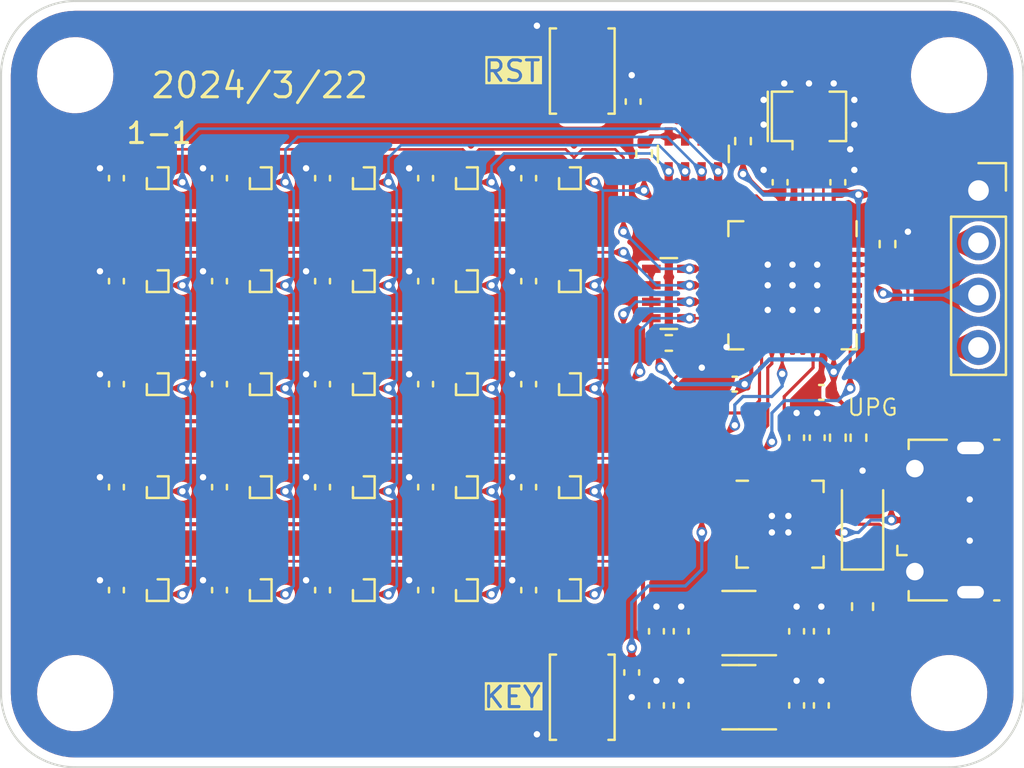
<source format=kicad_pcb>
(kicad_pcb (version 20221018) (generator pcbnew)
  (layers (0 "F.Cu" signal) (31 "B.Cu" signal) (34 "B.Paste" user) (35 "F.Paste" user) (36 "B.SilkS" user "B.Silkscreen") (37 "F.SilkS" user "F.Silkscreen") (38 "B.Mask" user) (39 "F.Mask" user) (44 "Edge.Cuts" user))
  (net 0 "")
  (net 1 "+3.3V")
  (net 2 "GND")
  (net 3 "+5V")
  (net 4 "+3V3")
  (net 5 "/USB_DM")
  (net 6 "/USB_DP")
  (net 8 "Net-(R1-Pad1)")
  (net 9 "SCL1")
  (net 10 "SDA1")
  (net 11 "SDA2")
  (net 12 "SDA3")
  (net 13 "SDA4")
  (net 14 "SDA5")
  (net 15 "SCL2")
  (net 16 "SCL3")
  (net 17 "SCL4")
  (net 18 "SCL5")
  (net 19 "/DAP_RX")
  (net 20 "/DAP_TX")
  (net 21 "/SWDIO")
  (net 22 "/SWCLK")
  (net 25 "/NRST")
  (net 26 "Net-(U27-BOOT0)")
  (net 47 "/KEY")
  (net 48 "/OLED_SCL")
  (net 49 "/OLED_SDA")
  (net 50 "Net-(U27-PD0)")
  (net 51 "Net-(U27-PD1)")
  (net 58 "Net-(D1-K)")
  (footprint "Capacitor_SMD:C_0402_1005Metric" (layer "F.Cu") (at 112 75.8 90)
    (fp_text reference "C31" hide)
    (fp_text value "0.1u" hide)
  )
  (footprint "Capacitor_SMD:C_0402_1005Metric" (layer "F.Cu") (at 97.8 50.2 90)
    (fp_text reference "C5" hide)
    (fp_text value "0.1u" hide)
  )
  (footprint "Package_BGA:WLP-4_0.83x0.83mm_P0.4mm" (layer "F.Cu") (at 99.8 65.2)
    (fp_text reference "U20" hide)
    (fp_text value "MMC5603NJ" hide)
  )
  (footprint "Capacitor_SMD:C_0402_1005Metric" (layer "F.Cu") (at 87.8 65.2 90)
    (fp_text reference "C18" hide)
    (fp_text value "0.1u" hide)
  )
  (footprint "Crystal:Resonator_SMD_Murata_CSTxExxV-3Pin_3.0x1.1mm" (layer "F.Cu") (at 111.4 47.2)
    (fp_text reference "Y1" hide)
    (fp_text value "3215-8MHz" hide)
  )
  (footprint "Capacitor_SMD:C_0402_1005Metric" (layer "F.Cu") (at 87.8 60.2 90)
    (fp_text reference "C13" hide)
    (fp_text value "0.1u" hide)
  )
  (footprint "Package_BGA:WLP-4_0.83x0.83mm_P0.4mm" (layer "F.Cu") (at 89.8 50.2)
    (fp_text reference "U3" hide)
    (fp_text value "MMC5603NJ" hide)
  )
  (footprint "Capacitor_SMD:C_0402_1005Metric" (layer "F.Cu") (at 82.8 50.2 90)
    (fp_text reference "C2" hide)
    (fp_text value "0.1u" hide)
  )
  (footprint "Capacitor_SMD:C_0402_1005Metric" (layer "F.Cu") (at 105.2 72.2 90)
    (fp_text reference "C28" hide)
    (fp_text value "0.1u" hide)
  )
  (footprint "Package_BGA:WLP-4_0.83x0.83mm_P0.4mm" (layer "F.Cu") (at 84.8 70.2)
    (fp_text reference "U22" hide)
    (fp_text value "MMC5603NJ" hide)
  )
  (footprint "Package_TO_SOT_SMD:SOT-23-5" (layer "F.Cu") (at 108 75.4 180)
    (fp_text reference "U29" hide)
    (fp_text value "RT9013-Lite" hide)
  )
  (footprint "MountingHole:MountingHole_3.2mm_M3" (layer "F.Cu") (at 75.8 75.2)
    (fp_text reference "H2" hide)
    (fp_text value "MountingHole" hide)
  )
  (footprint "Package_BGA:WLP-4_0.83x0.83mm_P0.4mm" (layer "F.Cu") (at 89.8 70.2)
    (fp_text reference "U23" hide)
    (fp_text value "MMC5603NJ" hide)
  )
  (footprint "Package_BGA:WLP-4_0.83x0.83mm_P0.4mm" (layer "F.Cu") (at 99.8 70.2)
    (fp_text reference "U25" hide)
    (fp_text value "MMC5603NJ" hide)
  )
  (footprint "Button_Switch_SMD:SW_Push_SPST_NO_Alps_SKRK" (layer "F.Cu") (at 100.4 75.4 90)
    (fp_text reference "SW2" hide)
    (fp_text value "KEY" hide)
  )
  (footprint "Connector_USB:USB_Micro-B_Molex-105017-0001" (layer "F.Cu") (at 118 66.8 90)
    (fp_text reference "J1" hide)
    (fp_text value "USB_B_Micro" hide)
  )
  (footprint "Package_BGA:WLP-4_0.83x0.83mm_P0.4mm" (layer "F.Cu") (at 94.8 50.2)
    (fp_text reference "U4" hide)
    (fp_text value "MMC5603NJ" hide)
  )
  (footprint "Capacitor_SMD:C_0402_1005Metric" (layer "F.Cu") (at 77.8 50.2 90)
    (fp_text reference "C1" hide)
    (fp_text value "0.1u" hide)
  )
  (footprint "Capacitor_SMD:C_0402_1005Metric" (layer "F.Cu") (at 104 75.8 90)
    (fp_text reference "C32" hide)
    (fp_text value "0.1u" hide)
  )
  (footprint "Resistor_SMD:R_0402_1005Metric" (layer "F.Cu") (at 104.6 58.2 180)
    (fp_text reference "R5" hide)
    (fp_text value "10K" hide)
  )
  (footprint "Resistor_SMD:R_0402_1005Metric" (layer "F.Cu") (at 108.2 48.4 -90)
    (fp_text reference "R2" hide)
    (fp_text value "10K" hide)
  )
  (footprint "Capacitor_SMD:C_0402_1005Metric" (layer "F.Cu") (at 105.2 75.8 90)
    (fp_text reference "C33" hide)
    (fp_text value "10u" hide)
  )
  (footprint "MountingHole:MountingHole_3.2mm_M3" (layer "F.Cu") (at 118.2 45.2)
    (fp_text reference "H4" hide)
    (fp_text value "MountingHole" hide)
  )
  (footprint "Resistor_SMD:R_Array_Concave_4x0603" (layer "F.Cu") (at 105.791 49.022 -90)
    (fp_text reference "RN1" hide)
    (fp_text value "4*10k" hide)
  )
  (footprint "Package_BGA:WLP-4_0.83x0.83mm_P0.4mm" (layer "F.Cu") (at 99.8 60.2)
    (fp_text reference "U15" hide)
    (fp_text value "MMC5603NJ" hide)
  )
  (footprint "Package_BGA:WLP-4_0.83x0.83mm_P0.4mm" (layer "F.Cu") (at 89.8 60.2)
    (fp_text reference "U13" hide)
    (fp_text value "MMC5603NJ" hide)
  )
  (footprint "Package_BGA:WLP-4_0.83x0.83mm_P0.4mm" (layer "F.Cu") (at 79.8 50.2)
    (fp_text reference "U1" hide)
    (fp_text value "MMC5603NJ" hide)
  )
  (footprint "Capacitor_SMD:C_0402_1005Metric" (layer "F.Cu") (at 82.8 60.2 90)
    (fp_text reference "C12" hide)
    (fp_text value "0.1u" hide)
  )
  (footprint "Resistor_SMD:R_0402_1005Metric" (layer "F.Cu") (at 103.4 49 90)
    (fp_text reference "R4" hide)
    (fp_text value "10K" hide)
  )
  (footprint "MountingHole:MountingHole_3.2mm_M3" (layer "F.Cu") (at 75.8 45.2)
    (fp_text reference "H1" hide)
    (fp_text value "MountingHole" hide)
  )
  (footprint "Package_BGA:WLP-4_0.83x0.83mm_P0.4mm" (layer "F.Cu") (at 84.8 60.2)
    (fp_text reference "U12" hide)
    (fp_text value "MMC5603NJ" hide)
  )
  (footprint "Diode_SMD:D_SOD-123F" (layer "F.Cu") (at 114 67 90)
    (fp_text reference "D1" hide)
    (fp_text value "TVS 6V" hide)
  )
  (footprint "Capacitor_SMD:C_0402_1005Metric" (layer "F.Cu") (at 77.8 65.2 90)
    (fp_text reference "C16" hide)
    (fp_text value "0.1u" hide)
  )
  (footprint "Connector_PinSocket_2.54mm:PinSocket_1x04_P2.54mm_Vertical" (layer "F.Cu") (at 119.625 50.8)
    (fp_text reference "J2" hide)
    (fp_text value "I2C OLED" hide)
  )
  (footprint "Package_DFN_QFN:QFN-36-1EP_6x6mm_P0.5mm_EP4.1x4.1mm" (layer "F.Cu") (at 110.6 55.4 -90)
    (fp_text reference "U27" hide)
    (fp_text value "STM32F103TBUx" hide)
  )
  (footprint "Button_Switch_SMD:SW_Push_SPST_NO_Alps_SKRK" (layer "F.Cu") (at 100.4 45 -90)
    (fp_text reference "SW1" hide)
    (fp_text value "RST" hide)
  )
  (footprint "Package_BGA:WLP-4_0.83x0.83mm_P0.4mm" (layer "F.Cu") (at 89.8 65.2)
    (fp_text reference "U18" hide)
    (fp_text value "MMC5603NJ" hide)
  )
  (footprint "Package_BGA:WLP-4_0.83x0.83mm_P0.4mm" (layer "F.Cu") (at 94.8 70.2)
    (fp_text reference "U24" hide)
    (fp_text value "MMC5603NJ" hide)
  )
  (footprint "Package_BGA:WLP-4_0.83x0.83mm_P0.4mm" (layer "F.Cu") (at 79.8 65.2)
    (fp_text reference "U16" hide)
    (fp_text value "MMC5603NJ" hide)
  )
  (footprint "Package_BGA:WLP-4_0.83x0.83mm_P0.4mm" (layer "F.Cu") (at 79.8 60.2)
    (fp_text reference "U11" hide)
    (fp_text value "MMC5603NJ" hide)
  )
  (footprint "Capacitor_SMD:C_0402_1005Metric" (layer "F.Cu") (at 110.8 62.8 90)
    (fp_text reference "C34" hide)
    (fp_text value "0.1u" hide)
  )
  (footprint "Package_BGA:WLP-4_0.83x0.83mm_P0.4mm" (layer "F.Cu") (at 79.8 55.2)
    (fp_text reference "U6" hide)
    (fp_text value "MMC5603NJ" hide)
  )
  (footprint "MountingHole:MountingHole_3.2mm_M3" (layer "F.Cu") (at 118.2 75.2)
    (fp_text reference "H3" hide)
    (fp_text value "MountingHole" hide)
  )
  (footprint "Capacitor_SMD:C_0402_1005Metric" (layer "F.Cu") (at 87.8 50.2 90)
    (fp_text reference "C3" hide)
    (fp_text value "0.1u" hide)
  )
  (footprint "Resistor_SMD:R_0402_1005Metric" (layer "F.Cu") (at 113.8 62.8 90)
    (fp_text reference "TP1" hide)
    (fp_text value "TestPoint_2Pole" hide)
  )
  (footprint "Capacitor_SMD:C_0402_1005Metric" (layer "F.Cu") (at 82.8 55.2 90)
    (fp_text reference "C7" hide)
    (fp_text value "0.1u" hide)
  )
  (footprint "Resistor_SMD:R_Array_Concave_4x0603" (layer "F.Cu") (at 104.6 55.8)
    (fp_text reference "RN2" hide)
    (fp_text value "4*10k" hide)
  )
  (footprint "Capacitor_SMD:C_0402_1005Metric" (layer "F.Cu") (at 112 72.2 90)
    (fp_text reference "C26" hide)
    (fp_text value "0.1u" hide)
  )
  (footprint "Package_BGA:WLP-4_0.83x0.83mm_P0.4mm" (layer "F.Cu") (at 94.8 65.2)
    (fp_text reference "U19" hide)
    (fp_text value "MMC5603NJ" hide)
  )
  (footprint "Resistor_SMD:R_0402_1005Metric" (layer "F.Cu") (at 115.21 53.4 90)
    (fp_text reference "R3" hide)
    (fp_text value "10K" hide)
  )
  (footprint "Package_TO_SOT_SMD:SOT-23-5" (layer "F.Cu") (at 108 71.8 180)
    (fp_text reference "U28" hide)
    (fp_text value "RT9013-Lite" hide)
  )
  (footprint "Capacitor_SMD:C_0402_1005Metric" (layer "F.Cu") (at 87.8 55.2 90)
    (fp_text reference "C8" hide)
    (fp_text value "0.1u" hide)
  )
  (footprint "Capacitor_SMD:C_0402_1005Metric" (layer "F.Cu") (at 87.8 70.2 90)
    (fp_text reference "C23" hide)
    (fp_text value "0.1u" hide)
  )
  (footprint "Fuse:Fuse_0603_1608Metric" (layer "F.Cu") (at 114 71 90)
    (fp_text reference "F1" hide)
    (fp_text value "6V1A" hide)
  )
  (footprint "Capacitor_SMD:C_0402_1005Metric" (layer "F.Cu") (at 97.8 70.2 90)
    (fp_text reference "C25" hide)
    (fp_text value "0.1u" hide)
  )
  (footprint "Package_BGA:WLP-4_0.83x0.83mm_P0.4mm" (layer "F.Cu") (at 84.8 55.2)
    (fp_text reference "U7" hide)
    (fp_text value "MMC5603NJ" hide)
  )
  (footprint "Capacitor_SMD:C_0402_1005Metric" (layer "F.Cu") (at 92.8 65.2 90)
    (fp_text reference "C19" hide)
    (fp_text value "0.1u" hide)
  )
  (footprint "Package_BGA:WLP-4_0.83x0.83mm_P0.4mm" (layer "F.Cu") (at 94.8 60.2)
    (fp_text reference "U14" hide)
    (fp_text value "MMC5603NJ" hide)
  )
  (footprint "Capacitor_SMD:C_0402_1005Metric" (layer "F.Cu") (at 82.8 70.2 90)
    (fp_text reference "C22" hide)
    (fp_text value "0.1u" hide)
  )
  (footprint "Capacitor_SMD:C_0402_1005Metric" (layer "F.Cu") (at 102.87 46.482 90)
    (fp_text reference "C40" hide)
    (fp_text value "0.1u" hide)
  )
  (footprint "hgf_lib:QFN-28-1EP_4x4mm_P0.4mm_EP2.8x2.8mm" (layer "F.Cu") (at 110 67)
    (fp_text reference "U26" hide)
    (fp_text value "CH549F" hide)
  )
  (footprint "Capacitor_SMD:C_0402_1005Metric" (layer "F.Cu") (at 77.8 55.2 90)
    (fp_text reference "C6" hide)
    (fp_text value "0.1u" hide)
  )
  (footprint "Capacitor_SMD:C_0402_1005Metric" (layer "F.Cu") (at 104 72.2 90)
    (fp_text reference "C29" hide)
    (fp_text value "10u" hide)
  )
  (footprint "Capacitor_SMD:C_0402_1005Metric" (layer "F.Cu") (at 110 50.4 90)
    (fp_text reference "C39" hide)
    (fp_text value "0.1u" hide)
  )
  (footprint "Package_BGA:WLP-4_0.83x0.83mm_P0.4mm" (layer "F.Cu") (at 84.8 65.2)
    (fp_text reference "U17" hide)
    (fp_text value "MMC5603NJ" hide)
  )
  (footprint "Capacitor_SMD:C_0402_1005Metric" (layer "F.Cu") (at 82.8 65.2 90)
    (fp_text reference "C17" hide)
    (fp_text value "0.1u" hide)
  )
  (footprint "Capacitor_SMD:C_0402_1005Metric" (layer "F.Cu") (at 111.8 62.8 90)
    (fp_text reference "C35" hide)
    (fp_text value "0.1u" hide)
  )
  (footprint "Capacitor_SMD:C_0402_1005Metric" (layer "F.Cu") (at 77.8 70.2 90)
    (fp_text reference "C21" hide)
    (fp_text value "0.1u" hide)
  )
  (footprint "Package_BGA:WLP-4_0.83x0.83mm_P0.4mm" (layer "F.Cu") (at 79.8 70.2)
    (fp_text reference "U21" hide)
    (fp_text value "MMC5603NJ" hide)
  )
  (footprint "Capacitor_SMD:C_0402_1005Metric" (layer "F.Cu") (at 92.8 55.2 90)
    (fp_text reference "C9" hide)
    (fp_text value "0.1u" hide)
  )
  (footprint "Capacitor_SMD:C_0402_1005Metric" (layer "F.Cu") (at 92.8 50.2 90)
    (fp_text reference "C4" hide)
    (fp_text value "0.1u" hide)
  )
  (footprint "Capacitor_SMD:C_0402_1005Metric" (layer "F.Cu") (at 92.8 60.2 90)
    (fp_text reference "C14" hide)
    (fp_text value "0.1u" hide)
  )
  (footprint "Capacitor_SMD:C_0402_1005Metric" (layer "F.Cu") (at 102.8 74.2 -90)
    (fp_text reference "C41" hide)
    (fp_text value "0.1u" hide)
  )
  (footprint "Capacitor_SMD:C_0402_1005Metric" (layer "F.Cu") (at 112 60.6 180)
    (fp_text reference "C37" hide)
    (fp_text value "0.1u" hide)
  )
  (footprint "Capacitor_SMD:C_0402_1005Metric" (layer "F.Cu") (at 107.8 60.2 180)
    (fp_text reference "C38" hide)
    (fp_text value "0.1u" hide)
  )
  (footprint "Capacitor_SMD:C_0402_1005Metric" (layer "F.Cu") (at 97.8 65.2 90)
    (fp_text reference "C20" hide)
    (fp_text value "0.1u" hide)
  )
  (footprint "Package_BGA:WLP-4_0.83x0.83mm_P0.4mm" (layer "F.Cu") (at 99.8 55.2)
    (fp_text reference "U10" hide)
    (fp_text value "MMC5603NJ" hide)
  )
  (footprint "Resistor_SMD:R_0402_1005Metric" (layer "F.Cu") (at 112.8 62.8 -90)
    (fp_text reference "R1" hide)
    (fp_text value "10K" hide)
  )
  (footprint "Package_BGA:WLP-4_0.83x0.83mm_P0.4mm" (layer "F.Cu") (at 89.8 55.2)
    (fp_text reference "U8" hide)
    (fp_text value "MMC5603NJ" hide)
  )
  (footprint "Capacitor_SMD:C_0402_1005Metric" (layer "F.Cu") (at 77.8 60.2 90)
    (fp_text reference "C11" hide)
    (fp_text value "0.1u" hide)
  )
  (footprint "Capacitor_SMD:C_0402_1005Metric" (layer "F.Cu") (at 97.8 60.2 90)
    (fp_text reference "C15" hide)
    (fp_text value "0.1u" hide)
  )
  (footprint "Package_BGA:WLP-4_0.83x0.83mm_P0.4mm" (layer "F.Cu") (at 84.8 50.2)
    (fp_text reference "U2" hide)
    (fp_text value "MMC5603NJ" hide)
  )
  (footprint "Capacitor_SMD:C_0402_1005Metric" (layer "F.Cu") (at 97.8 55.2 90)
    (fp_text reference "C10" hide)
    (fp_text value "0.1u" hide)
  )
  (footprint "Capacitor_SMD:C_0402_1005Metric" (layer "F.Cu") (at 110.8 75.8 90)
    (fp_text reference "C30" hide)
    (fp_text value "10u" hide)
  )
  (footprint "Package_BGA:WLP-4_0.83x0.83mm_P0.4mm" (layer "F.Cu") (at 94.8 55.2)
    (fp_text reference "U9" hide)
    (fp_text value "MMC5603NJ" hide)
  )
  (footprint "Capacitor_SMD:C_0402_1005Metric" (layer "F.Cu") (at 92.8 70.2 90)
    (fp_text reference "C24" hide)
    (fp_text value "0.1u" hide)
  )
  (footprint "Capacitor_SMD:C_0402_1005Metric" (layer "F.Cu") (at 110.8 72.2 90)
    (fp_text reference "C27" hide)
    (fp_text value "10u" hide)
  )
  (footprint "Package_BGA:WLP-4_0.83x0.83mm_P0.4mm" (layer "F.Cu") (at 99.8 50.2)
    (fp_text reference "U5" hide)
    (fp_text value "MMC5603NJ" hide)
  )
  (footprint "Capacitor_SMD:C_0402_1005Metric" (layer "F.Cu") (at 112.8 50.4 90)
    (fp_text reference "C36" hide)
    (fp_text value "0.1u" hide)
  )
  (gr_line (start 118.2 41.6) (end 75.8 41.6) (stroke (width 0.1)) (layer "Edge.Cuts"))
  (gr_line (start 121.8 75.2) (end 121.8 45.2) (stroke (width 0.1)) (layer "Edge.Cuts"))
  (gr_arc (start 121.8 75.2) (mid 120.745584 77.745584) (end 118.2 78.8) (stroke (width 0.1)) (layer "Edge.Cuts"))
  (gr_arc (start 72.2 45.2) (mid 73.254416 42.654416) (end 75.8 41.6) (stroke (width 0.1)) (layer "Edge.Cuts"))
  (gr_arc (start 75.8 78.8) (mid 73.254416 77.745584) (end 72.2 75.2) (stroke (width 0.1)) (layer "Edge.Cuts"))
  (gr_line (start 75.8 78.8) (end 118.2 78.8) (stroke (width 0.1)) (layer "Edge.Cuts"))
  (gr_line (start 72.2 45.2) (end 72.2 75.2) (stroke (width 0.1)) (layer "Edge.Cuts"))
  (gr_arc (start 118.2 41.6) (mid 120.745584 42.654416) (end 121.8 45.2) (stroke (width 0.1)) (layer "Edge.Cuts"))
  (gr_text "2024/3/22" (at 79.4 46.4) (layer "F.SilkS") (effects (font (size 1.2 1.2)) (justify left bottom)))
  (gr_text "1-1" (at 78.2 48.6) (layer "F.SilkS") (effects (font (size 1 1)) (justify left bottom)))
  (gr_text "UPG" (at 113.2 61.8) (layer "F.SilkS") (effects (font (size 0.8 0.8) (thickness 0.1)) (justify left bottom)))
  (gr_text "RST" (at 97 45) (layer "F.SilkS" knockout) (effects (font (size 1 1))))
  (gr_text "KEY" (at 97 75.4) (layer "F.SilkS" knockout) (effects (font (size 1 1))))
  (segment (start 82.8 66.6) (end 82.8 65.68) (width 0.2) (layer "F.Cu") (net 1))
  (segment (start 87.8 61.6) (end 87.8 60.68) (width 0.2) (layer "F.Cu") (net 1))
  (segment (start 82.8 56.6) (end 83.2 57) (width 0.2) (layer "F.Cu") (net 1))
  (segment (start 76.2 60.6) (end 76.2 55.6) (width 0.2) (layer "F.Cu") (net 1))
  (segment (start 87.8 50.68) (end 89.32 50.68) (width 0.2) (layer "F.Cu") (net 1))
  (segment (start 78.2 52) (end 82.4 52) (width 0.2) (layer "F.Cu") (net 1))
  (segment (start 76.28 65.68) (end 76.2 65.6) (width 0.2) (layer "F.Cu") (net 1))
  (segment (start 92.8 50.68) (end 94.32 50.68) (width 0.2) (layer "F.Cu") (net 1))
  (segment (start 93.2 67) (end 97.4 67) (width 0.2) (layer "F.Cu") (net 1))
  (segment (start 92.4 62) (end 92.8 61.6) (width 0.2) (layer "F.Cu") (net 1))
  (segment (start 97.8 74.6) (end 97.8 70.68) (width 0.2) (layer "F.Cu") (net 1))
  (segment (start 78.2 62) (end 82.4 62) (width 0.2) (layer "F.Cu") (net 1))
  (segment (start 84.32 65.68) (end 84.6 65.4) (width 0.2) (layer "F.Cu") (net 1))
  (segment (start 97.8 56.6) (end 97.8 55.68) (width 0.2) (layer "F.Cu") (net 1))
  (segment (start 84.32 55.68) (end 84.6 55.4) (width 0.2) (layer "F.Cu") (net 1))
  (segment (start 84.32 60.68) (end 84.6 60.4) (width 0.2) (layer "F.Cu") (net 1))
  (segment (start 77.8 60.68) (end 76.28 60.68) (width 0.2) (layer "F.Cu") (net 1))
  (segment (start 92.4 67) (end 92.8 66.6) (width 0.2) (layer "F.Cu") (net 1))
  (segment (start 79.32 70.68) (end 79.6 70.4) (width 0.2) (layer "F.Cu") (net 1))
  (segment (start 79.32 55.68) (end 79.6 55.4) (width 0.2) (layer "F.Cu") (net 1))
  (segment (start 97.4 67) (end 97.8 66.6) (width 0.2) (layer "F.Cu") (net 1))
  (segment (start 84.6 50.4) (end 84.32 50.68) (width 0.2) (layer "F.Cu") (net 1))
  (segment (start 94.32 60.68) (end 94.6 60.4) (width 0.2) (layer "F.Cu") (net 1))
  (segment (start 97.4 57) (end 97.8 56.6) (width 0.2) (layer "F.Cu") (net 1))
  (segment (start 92.8 74.6) (end 87.8 74.6) (width 0.2) (layer "F.Cu") (net 1))
  (segment (start 82.8 61.6) (end 82.8 60.68) (width 0.2) (layer "F.Cu") (net 1))
  (segment (start 92.8 70.68) (end 94.32 70.68) (width 0.2) (layer "F.Cu") (net 1))
  (segment (start 77.8 55.68) (end 77.8 56.6) (width 0.2) (layer "F.Cu") (net 1))
  (segment (start 97.8 55.68) (end 99.32 55.68) (width 0.2) (layer "F.Cu") (net 1))
  (segment (start 87.8 56.6) (end 88.2 57) (width 0.2) (layer "F.Cu") (net 1))
  (segment (start 99.48 76.28) (end 97.8 74.6) (width 0.2) (layer "F.Cu") (net 1))
  (segment (start 82.8 74.6) (end 80.4 74.6) (width 0.2) (layer "F.Cu") (net 1))
  (segment (start 93.2 62) (end 97.4 62) (width 0.2) (layer "F.Cu") (net 1))
  (segment (start 92.4 52) (end 92.8 51.6) (width 0.2) (layer "F.Cu") (net 1))
  (segment (start 89.32 55.68) (end 89.6 55.4) (width 0.2) (layer "F.Cu") (net 1))
  (segment (start 77.8 65.68) (end 79.32 65.68) (width 0.2) (layer "F.Cu") (net 1))
  (segment (start 77.8 61.6) (end 78.2 62) (width 0.2) (layer "F.Cu") (net 1))
  (segment (start 89.32 50.68) (end 89.6 50.4) (width 0.2) (layer "F.Cu") (net 1))
  (segment (start 92.8 74.6) (end 92.8 70.68) (width 0.2) (layer "F.Cu") (net 1))
  (segment (start 79.32 50.68) (end 79.6 50.4) (width 0.2) (layer "F.Cu") (net 1))
  (segment (start 92.8 55.68) (end 94.32 55.68) (width 0.2) (layer "F.Cu") (net 1))
  (segment (start 82.8 65.68) (end 84.32 65.68) (width 0.2) (layer "F.Cu") (net 1))
  (segment (start 97.8 50.68) (end 99.32 50.68) (width 0.2) (layer "F.Cu") (net 1))
  (segment (start 87.8 74.6) (end 82.8 74.6) (width 0.2) (layer "F.Cu") (net 1))
  (segment (start 82.8 60.68) (end 84.32 60.68) (width 0.2) (layer "F.Cu") (net 1))
  (segment (start 97.8 66.6) (end 97.8 65.68) (width 0.2) (layer "F.Cu") (net 1))
  (segment (start 97.4 52) (end 97.8 51.6) (width 0.2) (layer "F.Cu") (net 1))
  (segment (start 104 76.28) (end 105.2 76.28) (width 0.381) (layer "F.Cu") (net 1))
  (segment (start 76.2 70) (end 76.2 65.6) (width 0.2) (layer "F.Cu") (net 1))
  (segment (start 97.8 65.68) (end 99.32 65.68) (width 0.2) (layer "F.Cu") (net 1))
  (segment (start 92.4 57) (end 92.8 56.6) (width 0.2) (layer "F.Cu") (net 1))
  (segment (start 93.2 52) (end 97.4 52) (width 0.2) (layer "F.Cu") (net 1))
  (segment (start 77.8 70.68) (end 79.32 70.68) (width 0.2) (layer "F.Cu") (net 1))
  (segment (start 97.8 60.68) (end 99.32 60.68) (width 0.2) (layer "F.Cu") (net 1))
  (segment (start 82.8 50.68) (end 84.32 50.68) (width 0.2) (layer "F.Cu") (net 1))
  (segment (start 83.2 62) (end 87.4 62) (width 0.2) (layer "F.Cu") (net 1))
  (segment (start 93.2 57) (end 97.4 57) (width 0.2) (layer "F.Cu") (net 1))
  (segment (start 92.8 61.6) (end 92.8 60.68) (width 0.2) (layer "F.Cu") (net 1))
  (segment (start 99.32 60.68) (end 99.6 60.4) (width 0.2) (layer "F.Cu") (net 1))
  (segment (start 77.8 65.68) (end 76.28 65.68) (width 0.2) (layer "F.Cu") (net 1))
  (segment (start 77.8 65.68) (end 77.8 66.6) (width 0.2) (layer "F.Cu") (net 1))
  (segment (start 99.32 70.68) (end 99.6 70.4) (width 0.2) (layer "F.Cu") (net 1))
  (segment (start 92.8 51.6) (end 93.2 52) (width 0.2) (layer "F.Cu") (net 1))
  (segment (start 87.4 67) (end 87.8 66.6) (width 0.2) (layer "F.Cu") (net 1))
  (segment (start 87.4 52) (end 87.8 51.6) (width 0.2) (layer "F.Cu") (net 1))
  (segment (start 82.4 62) (end 82.8 61.6) (width 0.2) (layer "F.Cu") (net 1))
  (segment (start 79.32 60.68) (end 79.6 60.4) (width 0.2) (layer "F.Cu") (net 1))
  (segment (start 89.32 70.68) (end 89.6 70.4) (width 0.2) (layer "F.Cu") (net 1))
  (segment (start 77.8 50.68) (end 79.32 50.68) (width 0.2) (layer "F.Cu") (net 1))
  (segment (start 97.8 70.68) (end 99.32 70.68) (width 0.2) (layer "F.Cu") (net 1))
  (segment (start 76.2 65.6) (end 76.2 60.6) (width 0.2) (layer "F.Cu") (net 1))
  (segment (start 82.8 51.6) (end 83.2 52) (width 0.2) (layer "F.Cu") (net 1))
  (segment (start 87.4 57) (end 87.8 56.6) (width 0.2) (layer "F.Cu") (net 1))
  (segment (start 76.2 52.2) (end 76.8 51.6) (width 0.2) (layer "F.Cu") (net 1))
  (segment (start 82.8 56.6) (end 82.8 55.68) (width 0.2) (layer "F.Cu") (net 1))
  (segment (start 88.2 67) (end 92.4 67) (width 0.2) (layer "F.Cu") (net 1))
  (segment (start 87.8 70.68) (end 89.32 70.68) (width 0.2) (layer "F.Cu") (net 1))
  (segment (start 77.8 70.68) (end 76.88 70.68) (width 0.2) (layer "F.Cu") (net 1))
  (segment (start 77.8 60.68) (end 77.8 61.6) (width 0.2) (layer "F.Cu") (net 1))
  (segment (start 92.8 60.68) (end 94.32 60.68) (width 0.2) (layer "F.Cu") (net 1))
  (segment (start 89.32 60.68) (end 89.6 60.4) (width 0.2) (layer "F.Cu") (net 1))
  (segment (start 77.8 55.68) (end 79.32 55.68) (width 0.2) (layer "F.Cu") (net 1))
  (segment (start 76.88 70.68) (end 76.2 70) (width 0.2) (layer "F.Cu") (net 1))
  (segment (start 88.2 52) (end 92.4 52) (width 0.2) (layer "F.Cu") (net 1))
  (segment (start 77.8 50.68) (end 77.8 51.6) (width 0.2) (layer "F.Cu") (net 1))
  (segment (start 87.8 61.6) (end 88.2 62) (width 0.2) (layer "F.Cu") (net 1))
  (segment (start 82.4 57) (end 82.8 56.6) (width 0.2) (layer "F.Cu") (net 1))
  (segment (start 97.8 74.6) (end 92.8 74.6) (width 0.2) (layer "F.Cu") (net 1))
  (segment (start 94.32 50.68) (end 94.6 50.4) (width 0.2) (layer "F.Cu") (net 1))
  (segment (start 87.8 55.68) (end 89.32 55.68) (width 0.2) (layer "F.Cu") (net 1))
  (segment (start 89.32 65.68) (end 89.6 65.4) (width 0.2) (layer "F.Cu") (net 1))
  (segment (start 87.8 65.68) (end 89.32 65.68) (width 0.2) (layer "F.Cu") (net 1))
  (segment (start 104 76.28) (end 99.48 76.28) (width 0.2) (layer "F.Cu") (net 1))
  (segment (start 76.28 55.68) (end 76.2 55.6) (width 0.2) (layer "F.Cu") (net 1))
  (segment (start 84.32 70.68) (end 84.6 70.4) (width 0.2) (layer "F.Cu") (net 1))
  (segment (start 82.4 67) (end 82.8 66.6) (width 0.2) (layer "F.Cu") (net 1))
  (segment (start 76.8 51.6) (end 77.8 51.6) (width 0.2) (layer "F.Cu") (net 1))
  (segment (start 83.2 57) (end 87.4 57) (width 0.2) (layer "F.Cu") (net 1))
  (segment (start 92.8 66.6) (end 93.2 67) (width 0.2) (layer "F.Cu") (net 1))
  (segment (start 99.32 65.68) (end 99.6 65.4) (width 0.2) (layer "F.Cu") (net 1))
  (segment (start 76.2 55.6) (end 76.2 52.2) (width 0.2) (layer "F.Cu") (net 1))
  (segment (start 87.8 60.68) (end 89.32 60.68) (width 0.2) (layer "F.Cu") (net 1))
  (segment (start 94.32 55.68) (end 94.6 55.4) (width 0.2) (layer "F.Cu") (net 1))
  (segment (start 78.2 57) (end 82.4 57) (width 0.2) (layer "F.Cu") (net 1))
  (segment (start 82.8 61.6) (end 83.2 62) (width 0.2) (layer "F.Cu") (net 1))
  (segment (start 106.8625 76.35) (end 105.27 76.35) (width 0.381) (layer "F.Cu") (net 1))
  (segment (start 82.8 66.6) (end 83.2 67) (width 0.2) (layer "F.Cu") (net 1))
  (segment (start 87.4 62) (end 87.8 61.6) (width 0.2) (layer "F.Cu") (net 1))
  (segment (start 97.4 62) (end 97.8 61.6) (width 0.2) (layer "F.Cu") (net 1))
  (segment (start 92.8 51.6) (end 92.8 50.68) (width 0.2) (layer "F.Cu") (net 1))
  (segment (start 77.8 56.6) (end 78.2 57) (width 0.2) (layer "F.Cu") (net 1))
  (segment (start 77.8 60.68) (end 79.32 60.68) (width 0.2) (layer "F.Cu") (net 1))
  (segment (start 99.32 50.68) (end 99.6 50.4) (width 0.2) (layer "F.Cu") (net 1))
  (segment (start 92.8 56.6) (end 93.2 57) (width 0.2) (layer "F.Cu") (net 1))
  (segment (start 99.32 55.68) (end 99.6 55.4) (width 0.2) (layer "F.Cu") (net 1))
  (segment (start 92.8 61.6) (end 93.2 62) (width 0.2) (layer "F.Cu") (net 1))
  (segment (start 76.28 60.68) (end 76.2 60.6) (width 0.2) (layer "F.Cu") (net 1))
  (segment (start 82.8 51.6) (end 82.8 50.68) (width 0.2) (layer "F.Cu") (net 1))
  (segment (start 78.2 67) (end 82.4 67) (width 0.2) (layer "F.Cu") (net 1))
  (segment (start 77.8 72) (end 77.8 70.68) (width 0.2) (layer "F.Cu") (net 1))
  (segment (start 87.8 51.6) (end 88.2 52) (width 0.2) (layer "F.Cu") (net 1))
  (segment (start 82.8 74.6) (end 82.8 70.68) (width 0.2) (layer "F.Cu") (net 1))
  (segment (start 92.8 65.68) (end 94.32 65.68) (width 0.2) (layer "F.Cu") (net 1))
  (segment (start 82.8 70.68) (end 84.32 70.68) (width 0.2) (layer "F.Cu") (net 1))
  (segment (start 80.4 74.6) (end 77.8 72) (width 0.2) (layer "F.Cu") (net 1))
  (segment (start 82.4 52) (end 82.8 51.6) (width 0.2) (layer "F.Cu") (net 1))
  (segment (start 88.2 57) (end 92.4 57) (width 0.2) (layer "F.Cu") (net 1))
  (segment (start 94.32 70.68) (end 94.6 70.4) (width 0.2) (layer "F.Cu") (net 1))
  (segment (start 88.2 62) (end 92.4 62) (width 0.2) (layer "F.Cu") (net 1))
  (segment (start 77.8 55.68) (end 76.28 55.68) (width 0.2) (layer "F.Cu") (net 1))
  (segment (start 97.8 51.6) (end 97.8 50.68) (width 0.2) (layer "F.Cu") (net 1))
  (segment (start 87.8 51.6) (end 87.8 50.68) (width 0.2) (layer "F.Cu") (net 1))
  (segment (start 92.8 66.6) (end 92.8 65.68) (width 0.2) (layer "F.Cu") (net 1))
  (segment (start 87.8 66.6) (end 88.2 67) (width 0.2) (layer "F.Cu") (net 1))
  (segment (start 87.8 66.6) (end 87.8 65.68) (width 0.2) (layer "F.Cu") (net 1))
  (segment (start 83.2 67) (end 87.4 67) (width 0.2) (layer "F.Cu") (net 1))
  (segment (start 77.8 51.6) (end 78.2 52) (width 0.2) (layer "F.Cu") (net 1))
  (segment (start 97.8 61.6) (end 97.8 60.68) (width 0.2) (layer "F.Cu") (net 1))
  (segment (start 87.8 56.6) (end 87.8 55.68) (width 0.2) (layer "F.Cu") (net 1))
  (segment (start 87.8 74.6) (end 87.8 70.68) (width 0.2) (layer "F.Cu") (net 1))
  (segment (start 82.8 55.68) (end 84.32 55.68) (width 0.2) (layer "F.Cu") (net 1))
  (segment (start 79.32 65.68) (end 79.6 65.4) (width 0.2) (layer "F.Cu") (net 1))
  (segment (start 77.8 66.6) (end 78.2 67) (width 0.2) (layer "F.Cu") (net 1))
  (segment (start 94.32 65.68) (end 94.6 65.4) (width 0.2) (layer "F.Cu") (net 1))
  (segment (start 83.2 52) (end 87.4 52) (width 0.2) (layer "F.Cu") (net 1))
  (segment (start 92.8 56.6) (end 92.8 55.68) (width 0.2) (layer "F.Cu") (net 1))
  (segment (start 92.8 69.72) (end 94.32 69.72) (width 0.2) (layer "F.Cu") (net 2))
  (segment (start 109.2 49.8) (end 109.32 49.92) (width 0.2) (layer "F.Cu") (net 2))
  (segment (start 113.4375 53.4) (end 114.7 53.4) (width 0.2) (layer "F.Cu") (net 2))
  (segment (start 99.32 69.72) (end 99.6 70) (width 0.2) (layer "F.Cu") (net 2))
  (segment (start 99.32 49.72) (end 99.6 50) (width 0.2) (layer "F.Cu") (net 2))
  (segment (start 112 71.72) (end 112 71) (width 0.2) (layer "F.Cu") (net 2))
  (segment (start 111.8 61.6) (end 111.8 60.88) (width 0.2) (layer "F.Cu") (net 2))
  (segment (start 89.32 69.72) (end 89.6 70) (width 0.2) (layer "F.Cu") (net 2))
  (segment (start 77.8 54.72) (end 79.32 54.72) (width 0.2) (layer "F.Cu") (net 2))
  (segment (start 92.8 59.72) (end 94.32 59.72) (width 0.2) (layer "F.Cu") (net 2))
  (segment (start 92.8 64.72) (end 94.32 64.72) (width 0.2) (layer "F.Cu") (net 2))
  (segment (start 97 64.72) (end 97.8 64.72) (width 0.2) (layer "F.Cu") (net 2))
  (segment (start 92.8 54.72) (end 94.32 54.72) (width 0.2) (layer "F.Cu") (net 2))
  (segment (start 98.5 77.5) (end 100.4 77.5) (width 0.2) (layer "F.Cu") (net 2))
  (segment (start 110.8 75.32) (end 110.8 74.6) (width 0.381) (layer "F.Cu") (net 2))
  (segment (start 112.1 58.2375) (end 112.1 56.9) (width 0.2) (layer "F.Cu") (net 2))
  (segment (start 87 69.72) (end 87.8 69.72) (width 0.2) (layer "F.Cu") (net 2))
  (segment (start 97.8 54.72) (end 99.32 54.72) (width 0.2) (layer "F.Cu") (net 2))
  (segment (start 102.8 74.68) (end 102.8 75.4) (width 0.2) (layer "F.Cu") (net 2))
  (segment (start 82.8 69.72) (end 84.32 69.72) (width 0.2) (layer "F.Cu") (net 2))
  (segment (start 92 64.72) (end 92.8 64.72) (width 0.2) (layer "F.Cu") (net 2))
  (segment (start 105.2 75.32) (end 105.2 74.6) (width 0.2) (layer "F.Cu") (net 2))
  (segment (start 77 54.72) (end 77.8 54.72) (width 0.2) (layer "F.Cu") (net 2))
  (segment (start 79.32 49.72) (end 79.6 50) (width 0.2) (layer "F.Cu") (net 2))
  (segment (start 97 54.72) (end 97.8 54.72) (width 0.2) (layer "F.Cu") (net 2))
  (segment (start 97 69.72) (end 97.8 69.72) (width 0.2) (layer "F.Cu") (net 2))
  (segment (start 87.8 64.72) (end 89.32 64.72) (width 0.2) (layer "F.Cu") (net 2))
  (segment (start 82 64.72) (end 82.8 64.72) (width 0.2) (layer "F.Cu") (net 2))
  (segment (start 82 59.72) (end 82.8 59.72) (width 0.2) (layer "F.Cu") (net 2))
  (segment (start 79.32 59.72) (end 79.6 60) (width 0.2) (layer "F.Cu") (net 2))
  (segment (start 99.32 59.72) (end 99.6 60) (width 0.2) (layer "F.Cu") (net 2))
  (segment (start 89.32 64.72) (end 89.6 65) (width 0.2) (layer "F.Cu") (net 2))
  (segment (start 110.8 71.72) (end 110.8 71) (width 0.381) (layer "F.Cu") (net 2))
  (segment (start 87.8 69.72) (end 89.32 69.72) (width 0.2) (layer "F.Cu") (net 2))
  (segment (start 107.4 58.4) (end 107.4 57.7625) (width 0.2) (layer "F.Cu") (net 2))
  (segment (start 94.32 59.72) (end 94.6 60) (width 0.2) (layer "F.Cu") (net 2))
  (segment (start 77.8 69.72) (end 79.32 69.72) (width 0.2) (layer "F.Cu") (net 2))
  (segment (start 113.48 49.92) (end 112.8 49.92) (width 0.2) (layer "F.Cu") (net 2))
  (segment (start 114.7 53.4) (end 115.21 52.89) (width 0.2) (layer "F.Cu") (net 2))
  (segment (start 94.32 64.72) (end 94.6 65) (width 0.2) (layer "F.Cu") (net 2))
  (segment (start 92 69.72) (end 92.8 69.72) (width 0.2) (layer "F.Cu") (net 2))
  (segment (start 109.1375 71.8) (end 110.72 71.8) (width 0.381) (layer "F.Cu") (net 2))
  (segment (start 110.6 52.5625) (end 110.6 55.4) (width 0.2) (layer "F.Cu") (net 2))
  (segment (start 109.1375 75.4) (end 110.72 75.4) (width 0.381) (layer "F.Cu") (net 2))
  (segment (start 79.32 69.72) (end 79.6 70) (width 0.2) (layer "F.Cu") (net 2))
  (segment (start 89.32 59.72) (end 89.6 60) (width 0.2) (layer "F.Cu") (net 2))
  (segment (start 110.8 61.6) (end 110.8 62.32) (width 0.2) (layer "F.Cu") (net 2))
  (segment (start 105.2 71.72) (end 105.2 71) (width 0.2) (layer "F.Cu") (net 2))
  (segment (start 97.8 64.72) (end 99.32 64.72) (width 0.2) (layer "F.Cu") (net 2))
  (segment (start 98.2 77.2) (end 98.5 77.5) (width 0.2) (layer "F.Cu") (net 2))
  (segment (start 109.32 49.92) (end 110 49.92) (width 0.2) (layer "F.Cu") (net 2))
  (segment (start 89.32 54.72) (end 89.6 55) (width 0.2) (layer "F.Cu") (net 2))
  (segment (start 89.32 49.72) (end 89.6 50) (width 0.2) (layer "F.Cu") (net 2))
  (segment (start 77 49.72) (end 77.8 49.72) (width 0.2) (layer "F.Cu") (net 2))
  (segment (start 94.32 49.72) (end 94.6 50) (width 0.2) (layer "F.Cu") (net 2))
  (segment (start 84.32 59.72) (end 84.6 60) (width 0.2) (layer "F.Cu") (net 2))
  (segment (start 84.32 69.72) (end 84.6 70) (width 0.2) (layer "F.Cu") (net 2))
  (segment (start 97.8 69.72) (end 99.32 69.72) (width 0.2) (layer "F.Cu") (net 2))
  (segment (start 97.8 59.72) (end 99.32 59.72) (width 0.2) (layer "F.Cu") (net 2))
  (segment (start 92 49.72) (end 92.8 49.72) (width 0.2) (layer "F.Cu") (net 2))
  (segment (start 87.8 54.72) (end 89.32 54.72) (width 0.2) (layer "F.Cu") (net 2))
  (segment (start 82.8 54.72) (end 84.32 54.72) (width 0.2) (layer "F.Cu") (net 2))
  (segment (start 79.32 64.72) (end 79.6 65) (width 0.2) (layer "F.Cu") (net 2))
  (segment (start 97.8 49.72) (end 99.32 49.72) (width 0.2) (layer "F.Cu") (net 2))
  (segment (start 104 71.72) (end 104 71) (width 0.2) (layer "F.Cu") (net 2))
  (segment (start 87.8 59.72) (end 89.32 59.72) (width 0.2) (layer "F.Cu") (net 2))
  (segment (start 104 75.32) (end 104 74.6) (width 0.2) (layer "F.Cu") (net 2))
  (segment (start 77.8 64.72) (end 79.32 64.72) (width 0.2) (layer "F.Cu") (net 2))
  (segment (start 82 49.72) (end 82.8 49.72) (width 0.2) (layer "F.Cu") (net 2))
  (segment (start 94.32 54.72) (end 94.6 55) (width 0.2) (layer "F.Cu") (net 2))
  (segment (start 92 59.72) (end 92.8 59.72) (width 0.2) (layer "F.Cu") (net 2))
  (segment (start 99.32 54.72) (end 99.6 55) (width 0.2) (layer "F.Cu") (net 2))
  (segment (start 82.8 64.72) (end 84.32 64.72) (width 0.2) (layer "F.Cu") (net 2))
  (segment (start 102.8 45.932) (end 102.8 45.2) (width 0.2) (layer "F.Cu") (net 2))
  (segment (start 111.8 61.6) (end 111.8 62.32) (width 0.2) (layer "F.Cu") (net 2))
  (segment (start 79.32 54.72) (end 79.6 55) (width 0.2) (layer "F.Cu") (net 2))
  (segment (start 94.32 69.72) (end 94.6 70) (width 0.2) (layer "F.Cu") (net 2))
  (segment (start 107.4 57.7625) (end 107.7625 57.4) (width 0.2) (layer "F.Cu") (net 2))
  (segment (start 82.8 49.72) (end 84.32 49.72) (width 0.2) (layer "F.Cu") (net 2))
  (segment (start 82 54.72) (end 82.8 54.72) (width 0.2) (layer "F.Cu") (net 2))
  (segment (start 100.4 42.9) (end 100.3 42.8) (width 0.2) (layer "F.Cu") (net 2))
  (segment (start 115.21 52.89) (end 116.11 52.89) (width 0.2) (layer "F.Cu") (net 2))
  (segment (start 82.8 59.72) (end 84.32 59.72) (width 0.2) (layer "F.Cu") (net 2))
  (segment (start 87.8 49.72) (end 89.32 49.72) (width 0.2) (layer "F.Cu") (net 2))
  (segment (start 113.6 49.8) (end 113.48 49.92) (width 0.2) (layer "F.Cu") (net 2))
  (segment (start 77.8 49.72) (end 79.32 49.72) (width 0.2) (layer "F.Cu") (net 2))
  (segment (start 111.8 60.88) (end 111.52 60.6) (width 0.2) (layer "F.Cu") (net 2))
  (segment (start 112 75.32) (end 112 74.6) (width 0.2) (layer "F.Cu") (net 2))
  (segment (start 84.32 64.72) (end 84.6 65) (width 0.2) (layer "F.Cu") (net 2))
  (segment (start 87 54.72) (end 87.8 54.72) (width 0.2) (layer "F.Cu") (net 2))
  (segment (start 77 64.72) (end 77.8 64.72) (width 0.2) (layer "F.Cu") (net 2))
  (segment (start 92 54.72) (end 92.8 54.72) (width 0.2) (layer "F.Cu") (net 2))
  (segment (start 111.4 47.2) (end 111.4 45.6) (width 0.2) (layer "F.Cu") (net 2))
  (segment (start 84.32 54.72) (end 84.6 55) (width 0.2) (layer "F.Cu") (net 2))
  (segment (start 87 59.72) (end 87.8 59.72) (width 0.2) (layer "F.Cu") (net 2))
  (segment (start 97 49.72) (end 97.8 49.72) (width 0.2) (layer "F.Cu") (net 2))
  (segment (start 77 69.72) (end 77.8 69.72) (width 0.2) (layer "F.Cu") (net 2))
  (segment (start 87 64.72) (end 87.8 64.72) (width 0.2) (layer "F.Cu") (net 2))
  (segment (start 77.8 59.72) (end 79.32 59.72) (width 0.2) (layer "F.Cu") (net 2))
  (segment (start 99.32 64.72) (end 99.6 65) (width 0.2) (layer "F.Cu") (net 2))
  (segment (start 100.3 42.8) (end 98.2 42.8) (width 0.2) (layer "F.Cu") (net 2))
  (segment (start 77 59.72) (end 77.8 59.72) (width 0.2) (layer "F.Cu") (net 2))
  (segment (start 84.32 49.72) (end 84.6 50) (width 0.2) (layer "F.Cu") (net 2))
  (segment (start 116.11 52.89) (end 116.2 52.8) (width 0.2) (layer "F.Cu") (net 2))
  (segment (start 116.5375 65.5) (end 116.5375 64.3) (width 0.381) (layer "F.Cu") (net 2))
  (segment (start 82 69.72) (end 82.8 69.72) (width 0.2) (layer "F.Cu") (net 2))
  (segment (start 107.32 60.2) (end 107 60.2) (width 0.2) (layer "F.Cu") (net 2))
  (segment (start 92.8 49.72) (end 94.32 49.72) (width 0.2) (layer "F.Cu") (net 2))
  (segment (start 97 59.72) (end 97.8 59.72) (width 0.2) (layer "F.Cu") (net 2))
  (segment (start 114 65.6) (end 114 64.4) (width 0.381) (layer "F.Cu") (net 2))
  (segment (start 107 60.2) (end 106.2 59.4) (width 0.2) (layer "F.Cu") (net 2))
  (segment (start 87 49.72) (end 87.8 49.72) (width 0.2) (layer "F.Cu") (net 2))
  (via (at 112.6 45.6) (size 0.52) (drill 0.31) (layers "F.Cu" "B.Cu") (net 2))
  (via (at 98.2 42.8) (size 0.52) (drill 0.31) (layers "F.Cu" "B.Cu") (net 2))
  (via (at 109.2 46.4) (size 0.52) (drill 0.31) (layers "F.Cu" "B.Cu") (net 2))
  (via (at 110.6 55.4) (size 0.52) (drill 0.31) (layers "F.Cu" "B.Cu") (net 2))
  (via (at 105.2 74.6) (size 0.52) (drill 0.31) (layers "F.Cu" "B.Cu") (net 2))
  (via (at 82 64.72) (size 0.52) (drill 0.31) (layers "F.Cu" "B.Cu") (net 2))
  (via (at 77 54.72) (size 0.52) (drill 0.31) (layers "F.Cu" "B.Cu") (net 2))
  (via (at 107.4 58.4) (size 0.52) (drill 0.31) (layers "F.Cu" "B.Cu") (net 2))
  (via (at 82 54.72) (size 0.52) (drill 0.31) (layers "F.Cu" "B.Cu") (net 2))
  (via (at 97 59.72) (size 0.52) (drill 0.31) (layers "F.Cu" "B.Cu") (net 2))
  (via (at 113.6 46.4) (size 0.52) (drill 0.31) (layers "F.Cu" "B.Cu") (net 2))
  (via (at 109.4 56.6) (size 0.52) (drill 0.31) (layers "F.Cu" "B.Cu") (net 2))
  (via (at 119.2 67.8) (size 0.52) (drill 0.31) (layers "F.Cu" "B.Cu") (net 2))
  (via (at 109.4 54.4) (size 0.52) (drill 0.31) (layers "F.Cu" "B.Cu") (net 2))
  (via (at 105.2 71) (size 0.52) (drill 0.31) (layers "F.Cu" "B.Cu") (net 2))
  (via (at 92 54.72) (size 0.52) (drill 0.31) (layers "F.Cu" "B.Cu") (net 2))
  (via (at 111.4 45.6) (size 0.52) (drill 0.31) (layers "F.Cu" "B.Cu") (net 2))
  (via (at 77 49.72) (size 0.52) (drill 0.31) (layers "F.Cu" "B.Cu") (net 2))
  (via (at 102.8 75.4) (size 0.52) (drill 0.31) (layers "F.Cu" "B.Cu") (net 2))
  (via (at 110.4 67.4) (size 0.52) (drill 0.31) (layers "F.Cu" "B.Cu") (net 2))
  (via (at 110.4 66.6) (size 0.52) (drill 0.31) (layers "F.Cu" "B.Cu") (net 2))
  (via (at 112 74.6) (size 0.52) (drill 0.31) (layers "F.Cu" "B.Cu") (net 2))
  (via (at 109.2 49.8) (size 0.52) (drill 0.31) (layers "F.Cu" "B.Cu") (net 2))
  (via (at 92 49.72) (size 0.52) (drill 0.31) (layers "F.Cu" "B.Cu") (net 2))
  (via (at 82 69.72) (size 0.52) (drill 0.31) (layers "F.Cu" "B.Cu") (net 2))
  (via (at 87 69.72) (size 0.52) (drill 0.31) (layers "F.Cu" "B.Cu") (net 2))
  (via (at 92 64.72) (size 0.52) (drill 0.31) (layers "F.Cu" "B.Cu") (net 2))
  (via (at 110.8 71) (size 0.52) (drill 0.31) (layers "F.Cu" "B.Cu") (net 2))
  (via (at 106.2 59.4) (size 0.52) (drill 0.31) (layers "F.Cu" "B.Cu") (net 2))
  (via (at 102.8 45.2) (size 0.52) (drill 0.31) (layers "F.Cu" "B.Cu") (net 2))
  (via (at 111.8 54.4) (size 0.52) (drill 0.31) (layers "F.Cu" "B.Cu") (net 2))
  (via (at 82 49.72) (size 0.52) (drill 0.31) (layers "F.Cu" "B.Cu") (net 2))
  (via (at 113.6 47.6) (size 0.52) (drill 0.31) (layers "F.Cu" "B.Cu") (net 2))
  (via (at 110.6 55.4) (size 0.52) (drill 0.31) (layers "F.Cu" "B.Cu") (net 2))
  (via (at 111.8 61.6) (size 0.52) (drill 0.31) (layers "F.Cu" "B.Cu") (net 2))
  (via (at 114 64.4) (size 0.52) (drill 0.31) (layers "F.Cu" "B.Cu") (net 2))
  (via (at 110.8 74.6) (size 0.52) (drill 0.31) (layers "F.Cu" "B.Cu") (net 2))
  (via (at 92 59.72) (size 0.52) (drill 0.31) (layers "F.Cu" "B.Cu") (net 2))
  (via (at 110.6 56.6) (size 0.52) (drill 0.31) (layers "F.Cu" "B.Cu") (net 2))
  (via (at 82 59.72) (size 0.52) (drill 0.31) (layers "F.Cu" "B.Cu") (net 2))
  (via (at 112 71) (size 0.52) (drill 0.31) (layers "F.Cu" "B.Cu") (net 2))
  (via (at 110.2 45.6) (size 0.52) (drill 0.31) (layers "F.Cu" "B.Cu") (net 2))
  (via (at 109.4 55.4) (size 0.52) (drill 0.31) (layers "F.Cu" "B.Cu") (net 2))
  (via (at 97 69.72) (size 0.52) (drill 0.31) (layers "F.Cu" "B.Cu") (net 2))
  (via (at 113.4 48.8) (size 0.52) (drill 0.31) (layers "F.Cu" "B.Cu") (net 2))
  (via (at 119.2 65.8) (size 0.52) (drill 0.31) (layers "F.Cu" "B.Cu") (net 2))
  (via (at 111.8 55.4) (size 0.52) (drill 0.31) (layers "F.Cu" "B.Cu") (net 2))
  (via (at 113.6 49.8) (size 0.52) (drill 0.31) (layers "F.Cu" "B.Cu") (net 2))
  (via (at 87 64.72) (size 0.52) (drill 0.31) (layers "F.Cu" "B.Cu") (net 2))
  (via (at 92 69.72) (size 0.52) (drill 0.31) (layers "F.Cu" "B.Cu") (net 2))
  (via (at 110.6 54.4) (size 0.52) (drill 0.31) (layers "F.Cu" "B.Cu") (net 2))
  (via (at 87 59.72) (size 0.52) (drill 0.31) (layers "F.Cu" "B.Cu") (net 2))
  (via (at 116.2 52.8) (size 0.52) (drill 0.31) (layers "F.Cu" "B.Cu") (net 2))
  (via (at 109.6 67.4) (size 0.52) (drill 0.31) (layers "F.Cu" "B.Cu") (net 2))
  (via (at 109.6 66.6) (size 0.52) (drill 0.31) (layers "F.Cu" "B.Cu") (net 2))
  (via (at 111.8 56.6) (size 0.52) (drill 0.31) (layers "F.Cu" "B.Cu") (net 2))
  (via (at 97 54.72) (size 0.52) (drill 0.31) (layers "F.Cu" "B.Cu") (net 2))
  (via (at 104 71) (size 0.52) (drill 0.31) (layers "F.Cu" "B.Cu") (net 2))
  (via (at 87 49.72) (size 0.52) (drill 0.31) (layers "F.Cu" "B.Cu") (net 2))
  (via (at 87 54.72) (size 0.52) (drill 0.31) (layers "F.Cu" "B.Cu") (net 2))
  (via (at 77 59.72) (size 0.52) (drill 0.31) (layers "F.Cu" "B.Cu") (net 2))
  (via (at 97 49.72) (size 0.52) (drill 0.31) (layers "F.Cu" "B.Cu") (net 2))
  (via (at 104 74.6) (size 0.52) (drill 0.31) (layers "F.Cu" "B.Cu") (net 2))
  (via (at 97 64.72) (size 0.52) (drill 0.31) (layers "F.Cu" "B.Cu") (net 2))
  (via (at 98.2 77.2) (size 0.52) (drill 0.31) (layers "F.Cu" "B.Cu") (net 2))
  (via (at 77 69.72) (size 0.52) (drill 0.31) (layers "F.Cu" "B.Cu") (net 2))
  (via (at 77 64.72) (size 0.52) (drill 0.31) (layers "F.Cu" "B.Cu") (net 2))
  (via (at 109.2 47.6) (size 0.52) (drill 0.31) (layers "F.Cu" "B.Cu") (net 2))
  (via (at 110.8 61.6) (size 0.52) (drill 0.31) (layers "F.Cu" "B.Cu") (net 2))
  (segment (start 109.1375 72.75) (end 110.73 72.75) (width 0.381) (layer "F.Cu") (net 3))
  (segment (start 108.35 74.45) (end 108 74.8) (width 0.2) (layer "F.Cu") (net 3))
  (segment (start 113.1075 72.68) (end 113.1075 75.8925) (width 0.381) (layer "F.Cu") (net 3))
  (segment (start 108.35 70.85) (end 108 71.2) (width 0.2) (layer "F.Cu") (net 3))
  (segment (start 108 71.2) (end 108 72.4) (width 0.2) (layer "F.Cu") (net 3))
  (segment (start 112 72.68) (end 110.8 72.68) (width 0.381) (layer "F.Cu") (net 3))
  (segment (start 108.35 72.75) (end 109.1375 72.75) (width 0.2) (layer "F.Cu") (net 3))
  (segment (start 108.35 76.35) (end 109.1375 76.35) (width 0.2) (layer "F.Cu") (net 3))
  (segment (start 110.8 76.28) (end 112 76.28) (width 0.381) (layer "F.Cu") (net 3))
  (segment (start 108 72.4) (end 108.35 72.75) (width 0.2) (layer "F.Cu") (net 3))
  (segment (start 109.1375 76.35) (end 110.73 76.35) (width 0.381) (layer "F.Cu") (net 3))
  (segment (start 114 71.7875) (end 113.1075 72.68) (width 0.381) (layer "F.Cu") (net 3))
  (segment (start 108 74.8) (end 108 76) (width 0.2) (layer "F.Cu") (net 3))
  (segment (start 109.1375 74.45) (end 108.35 74.45) (width 0.2) (layer "F.Cu") (net 3))
  (segment (start 112.72 76.28) (end 112 76.28) (width 0.381) (layer "F.Cu") (net 3))
  (segment (start 113.1075 75.8925) (end 112.72 76.28) (width 0.381) (layer "F.Cu") (net 3))
  (segment (start 109.1375 70.85) (end 108.35 70.85) (width 0.2) (layer "F.Cu") (net 3))
  (segment (start 108 76) (end 108.35 76.35) (width 0.2) (layer "F.Cu") (net 3))
  (segment (start 113.1075 72.68) (end 112 72.68) (width 0.381) (layer "F.Cu") (net 3))
  (segment (start 113.31 62.8) (end 114.2 62.8) (width 0.2) (layer "F.Cu") (net 4))
  (segment (start 108.2 50) (end 108.246184 50) (width 0.2) (layer "F.Cu") (net 4))
  (segment (start 108.246184 50) (end 109.126184 50.88) (width 0.2) (layer "F.Cu") (net 4))
  (segment (start 116.8 51) (end 117.4 51.6) (width 0.2) (layer "F.Cu") (net 4))
  (segment (start 112.8 63.31) (end 113.31 62.8) (width 0.2) (layer "F.Cu") (net 4))
  (segment (start 114.2 62.8) (end 114.6 62.4) (width 0.2) (layer "F.Cu") (net 4))
  (segment (start 112.6 52.5625) (end 112.6 51.08) (width 0.2) (layer "F.Cu") (net 4))
  (segment (start 103.4 48.49) (end 103.718 48.172) (width 0.2) (layer "F.Cu") (net 4))
  (segment (start 105 62.4) (end 106.4 61) (width 0.2) (layer "F.Cu") (net 4))
  (segment (start 111.8 63.28) (end 112.77 63.28) (width 0.2) (layer "F.Cu") (net 4))
  (segment (start 112.6 58.2375) (end 112.6 59.6) (width 0.2) (layer "F.Cu") (net 4))
  (segment (start 104 72.68) (end 105.2 72.68) (width 0.2) (layer "F.Cu") (net 4))
  (segment (start 110.8 64) (end 110.8 63.28) (width 0.2) (layer "F.Cu") (net 4))
  (segment (start 106.8625 72.75) (end 105.27 72.75) (width 0.2) (layer "F.Cu") (net 4))
  (segment (start 112.6 59.6) (end 112.6 60.48) (width 0.2) (layer "F.Cu") (net 4))
  (segment (start 110.1 52.5625) (end 110.1 50.98) (width 0.2) (layer "F.Cu") (net 4))
  (segment (start 103.3475 69.6525) (end 105 68) (width 0.2) (layer "F.Cu") (net 4))
  (segment (start 103.967642 72.68) (end 103.3475 72.059858) (width 0.2) (layer "F.Cu") (net 4))
  (segment (start 109.126184 50.88) (end 110 50.88) (width 0.2) (layer "F.Cu") (net 4))
  (segment (start 108.2 48.91) (end 107.462 48.172) (width 0.2) (layer "F.Cu") (net 4))
  (segment (start 103.3475 72.059858) (end 103.3475 69.6525) (width 0.2) (layer "F.Cu") (net 4))
  (segment (start 104.09 59.29) (end 104.2 59.4) (width 0.2) (layer "F.Cu") (net 4))
  (segment (start 110.4 64) (end 110.8 64) (width 0.2) (layer "F.Cu") (net 4))
  (segment (start 117.94 53.34) (end 119.625 53.34) (width 0.2) (layer "F.Cu") (net 4))
  (segment (start 108.6 59.88) (end 108.28 60.2) (width 0.2) (layer "F.Cu") (net 4))
  (segment (start 110.8 63.28) (end 111.8 63.28) (width 0.2) (layer "F.Cu") (net 4))
  (segment (start 114.6 61.6) (end 114.2 61.2) (width 0.2) (layer "F.Cu") (net 4))
  (segment (start 110.8 65.0124) (end 110.8 64) (width 0.2) (layer "F.Cu") (net 4))
  (segment (start 103.75 57.86) (end 104.09 58.2) (width 0.2) (layer "F.Cu") (net 4))
  (segment (start 114.2 61.2) (end 113.08 61.2) (width 0.2) (layer "F.Cu") (net 4))
  (segment (start 103.75 54.6) (end 103.75 57.86) (width 0.2) (layer "F.Cu") (net 4))
  (segment (start 107.462 48.172) (end 106.991 48.172) (width 0.2) (layer "F.Cu") (net 4))
  (segment (start 113.68 50.88) (end 113.8 51) (width 0.2) (layer "F.Cu") (net 4))
  (segment (start 104.591 48.172) (end 106.991 48.172) (width 0.2) (layer "F.Cu") (net 4))
  (segment (start 110.4 65.0124) (end 110.4 64) (width 0.2) (layer "F.Cu") (net 4))
  (segment (start 112.8 50.88) (end 113.68 50.88) (width 0.2) (layer "F.Cu") (net 4))
  (segment (start 107.48 61) (end 108.28 60.2) (width 0.2) (layer "F.Cu") (net 4))
  (segment (start 104.09 58.2) (end 104.09 59.29) (width 0.2) (layer "F.Cu") (net 4))
  (segment (start 117.4 51.6) (end 117.4 52.8) (width 0.2) (layer "F.Cu") (net 4))
  (segment (start 112.6 51.08) (end 112.8 50.88) (width 0.2) (layer "F.Cu") (net 4))
  (segment (start 108.2 48.91) (end 108.2 50) (width 0.2) (layer "F.Cu") (net 4))
  (segment (start 113.8 51) (end 116.8 51) (width 0.2) (layer "F.Cu") (net 4))
  (segment (start 105 68) (end 105 62.4) (width 0.2) (layer "F.Cu") (net 4))
  (segment (start 103.718 48.172) (end 104.591 48.172) (width 0.2) (layer "F.Cu") (net 4))
  (segment (start 113.08 61.2) (end 112.48 60.6) (width 0.2) (layer "F.Cu") (net 4))
  (segment (start 117.4 52.8) (end 117.94 53.34) (width 0.2) (layer "F.Cu") (net 4))
  (segment (start 108.6 58.2375) (end 108.6 59.88) (width 0.2) (layer "F.Cu") (net 4))
  (segment (start 114.6 62.4) (end 114.6 61.6) (width 0.2) (layer "F.Cu") (net 4))
  (segment (start 106.4 61) (end 107.48 61) (width 0.2) (layer "F.Cu") (net 4))
  (via (at 104.2 59.4) (size 0.52) (drill 0.31) (layers "F.Cu" "B.Cu") (net 4))
  (via (at 113.8 51) (size 0.52) (drill 0.31) (layers "F.Cu" "B.Cu") (net 4))
  (via (at 108.28 60.2) (size 0.52) (drill 0.31) (layers "F.Cu" "B.Cu") (net 4))
  (via (at 112.6 59.6) (size 0.52) (drill 0.31) (layers "F.Cu" "B.Cu") (net 4))
  (via (at 108.2 50) (size 0.52) (drill 0.31) (layers "F.Cu" "B.Cu") (net 4))
  (segment (start 113.8 58.4) (end 112.6 59.6) (width 0.2) (layer "B.Cu") (net 4))
  (segment (start 108.28 60.2) (end 109.48 59) (width 0.2) (layer "B.Cu") (net 4))
  (segment (start 113.8 51) (end 113.8 58.4) (width 0.2) (layer "B.Cu") (net 4))
  (segment (start 108.2 50) (end 109.2 51) (width 0.2) (layer "B.Cu") (net 4))
  (segment (start 105 60.2) (end 108.28 60.2) (width 0.2) (layer "B.Cu") (net 4))
  (segment (start 109.2 51) (end 113.8 51) (width 0.2) (layer "B.Cu") (net 4))
  (segment (start 104.2 59.4) (end 105 60.2) (width 0.2) (layer "B.Cu") (net 4))
  (segment (start 109.48 59) (end 112 59) (width 0.2) (layer "B.Cu") (net 4))
  (segment (start 112 59) (end 112.6 59.6) (width 0.2) (layer "B.Cu") (net 4))
  (segment (start 112.8 66.8) (end 113.6 66.8) (width 0.152) (layer "F.Cu") (net 5))
  (segment (start 113.6 66.8) (end 113.8 67) (width 0.152) (layer "F.Cu") (net 5))
  (segment (start 114.8 67) (end 115.25 67.45) (width 0.152) (layer "F.Cu") (net 5))
  (segment (start 111.9876 67) (end 112.6 67) (width 0.152) (layer "F.Cu") (net 5))
  (segment (start 115.25 67.45) (end 116.5375 67.45) (width 0.152) (layer "F.Cu") (net 5))
  (segment (start 112.6 67) (end 112.8 66.8) (width 0.152) (layer "F.Cu") (net 5))
  (segment (start 113.8 67) (end 114.8 67) (width 0.152) (layer "F.Cu") (net 5))
  (segment (start 113.125 67.4) (end 111.9876 67.4) (width 0.152) (layer "F.Cu") (net 6))
  (segment (start 113.8 63.31) (end 114.82 63.31) (width 0.152) (layer "F.Cu") (net 6))
  (segment (start 115.4 63.89) (end 115.4 66.8) (width 0.152) (layer "F.Cu") (net 6))
  (segment (start 116.5375 66.8) (end 115.4 66.8) (width 0.152) (layer "F.Cu") (net 6))
  (segment (start 114.82 63.31) (end 115.4 63.89) (width 0.152) (layer "F.Cu") (net 6))
  (via (at 115.4 66.8) (size 0.52) (drill 0.31) (layers "F.Cu" "B.Cu") (net 6))
  (via (at 113.125 67.4) (size 0.52) (drill 0.31) (layers "F.Cu" "B.Cu") (net 6))
  (segment (start 113.8 67.4) (end 114.4 66.8) (width 0.152) (layer "B.Cu") (net 6))
  (segment (start 113.125 67.4) (end 113.8 67.4) (width 0.152) (layer "B.Cu") (net 6))
  (segment (start 114.4 66.8) (end 115.4 66.8) (width 0.152) (layer "B.Cu") (net 6))
  (segment (start 112.8 62.29) (end 113.8 62.29) (width 0.127) (layer "F.Cu") (net 8))
  (segment (start 85 49.2) (end 85 50) (width 0.127) (layer "F.Cu") (net 9))
  (segment (start 84.6 48.8) (end 85 49.2) (width 0.127) (layer "F.Cu") (net 9))
  (segment (start 106.9 54.9) (end 106.6 54.6) (width 0.127) (layer "F.Cu") (net 9))
  (segment (start 80 49.2) (end 80.4 48.8) (width 0.127) (layer "F.Cu") (net 9))
  (segment (start 106.6 54.6) (end 105.45 54.6) (width 0.127) (layer "F.Cu") (net 9))
  (segment (start 102.4 49.2) (end 102 48.8) (width 0.127) (layer "F.Cu") (net 9))
  (segment (start 80.4 48.8) (end 84.6 48.8) (width 0.127) (layer "F.Cu") (net 9))
  (segment (start 102.4 52.8) (end 102.4 49.2) (width 0.127) (layer "F.Cu") (net 9))
  (segment (start 100.4 48.8) (end 100 49.2) (width 0.127) (layer "F.Cu") (net 9))
  (segment (start 90 49.2) (end 90.4 48.8) (width 0.127) (layer "F.Cu") (net 9))
  (segment (start 80 50) (end 80 49.2) (width 0.127) (layer "F.Cu") (net 9))
  (segment (start 100 49.2) (end 100 50) (width 0.127) (layer "F.Cu") (net 9))
  (segment (start 95 49.2) (end 95 50) (width 0.127) (layer "F.Cu") (net 9))
  (segment (start 102 48.8) (end 100.4 48.8) (width 0.127) (layer "F.Cu") (net 9))
  (segment (start 95.4 48.8) (end 99.6 48.8) (width 0.127) (layer "F.Cu") (net 9))
  (segment (start 89.6 48.8) (end 90 49.2) (width 0.127) (layer "F.Cu") (net 9))
  (segment (start 107.7625 54.9) (end 106.9 54.9) (width 0.127) (layer "F.Cu") (net 9))
  (segment (start 85 49.2) (end 85.4 48.8) (width 0.127) (layer "F.Cu") (net 9))
  (segment (start 90 49.2) (end 90 50) (width 0.127) (layer "F.Cu") (net 9))
  (segment (start 95 49.2) (end 95.4 48.8) (width 0.127) (layer "F.Cu") (net 9))
  (segment (start 94.6 48.8) (end 95 49.2) (width 0.127) (layer "F.Cu") (net 9))
  (segment (start 90.4 48.8) (end 94.6 48.8) (width 0.127) (layer "F.Cu") (net 9))
  (segment (start 99.6 48.8) (end 100 49.2) (width 0.127) (layer "F.Cu") (net 9))
  (segment (start 85.4 48.8) (end 89.6 48.8) (width 0.127) (layer "F.Cu") (net 9))
  (via (at 105.6 54.6) (size 0.52) (drill 0.31) (layers "F.Cu" "B.Cu") (net 9))
  (via (at 102.4 52.8) (size 0.52) (drill 0.31) (layers "F.Cu" "B.Cu") (net 9))
  (segment (start 102.4 52.8) (end 104.2 54.6) (width 0.127) (layer "B.Cu") (net 9))
  (segment (start 104.2 54.6) (end 105.6 54.6) (width 0.127) (layer "B.Cu") (net 9))
  (segment (start 106.991 49.872) (end 106.991 50.73) (width 0.127) (layer "F.Cu") (net 10))
  (segment (start 80 70.4) (end 81 70.4) (width 0.127) (layer "F.Cu") (net 10))
  (segment (start 107.315 51.054) (end 108.854 51.054) (width 0.127) (layer "F.Cu") (net 10))
  (segment (start 108.854 51.054) (end 109.6 51.8) (width 0.127) (layer "F.Cu") (net 10))
  (segment (start 80 50.4) (end 81 50.4) (width 0.127) (layer "F.Cu") (net 10))
  (segment (start 80 65.4) (end 81 65.4) (width 0.127) (layer "F.Cu") (net 10))
  (segment (start 80 60.4) (end 81 60.4) (width 0.127) (layer "F.Cu") (net 10))
  (segment (start 106.991 50.73) (end 107.315 51.054) (width 0.127) (layer "F.Cu") (net 10))
  (segment (start 80 55.4) (end 81 55.4) (width 0.127) (layer "F.Cu") (net 10))
  (segment (start 109.6 51.8) (end 109.6 52.5625) (width 0.127) (layer "F.Cu") (net 10))
  (via (at 106.991 49.872) (size 0.52) (drill 0.31) (layers "F.Cu" "B.Cu") (net 10))
  (via (at 81 65.4) (size 0.52) (drill 0.31) (layers "F.Cu" "B.Cu") (net 10))
  (via (at 81 60.4) (size 0.52) (drill 0.31) (layers "F.Cu" "B.Cu") (net 10))
  (via (at 81 55.4) (size 0.52) (drill 0.31) (layers "F.Cu" "B.Cu") (net 10))
  (via (at 81 50.4) (size 0.52) (drill 0.31) (layers "F.Cu" "B.Cu") (net 10))
  (via (at 81 70.4) (size 0.52) (drill 0.31) (layers "F.Cu" "B.Cu") (net 10))
  (segment (start 81.8 47.8) (end 81 48.6) (width 0.127) (layer "B.Cu") (net 10))
  (segment (start 81 70.4) (end 81.4 70) (width 0.127) (layer "B.Cu") (net 10))
  (segment (start 81 60.4) (end 81.4 60) (width 0.127) (layer "B.Cu") (net 10))
  (segment (start 81.4 60) (end 81.4 55.8) (width 0.127) (layer "B.Cu") (net 10))
  (segment (start 81 55.4) (end 81.4 55) (width 0.127) (layer "B.Cu") (net 10))
  (segment (start 81.4 65) (end 81.4 60.8) (width 0.127) (layer "B.Cu") (net 10))
  (segment (start 81.4 60.8) (end 81 60.4) (width 0.127) (layer "B.Cu") (net 10))
  (segment (start 81 65.4) (end 81.4 65) (width 0.127) (layer "B.Cu") (net 10))
  (segment (start 104.919 47.8) (end 81.8 47.8) (width 0.127) (layer "B.Cu") (net 10))
  (segment (start 81.4 65.8) (end 81 65.4) (width 0.127) (layer "B.Cu") (net 10))
  (segment (start 81.4 50.8) (end 81 50.4) (width 0.127) (layer "B.Cu") (net 10))
  (segment (start 81.4 70) (end 81.4 65.8) (width 0.127) (layer "B.Cu") (net 10))
  (segment (start 81 48.6) (end 81 50.4) (width 0.127) (layer "B.Cu") (net 10))
  (segment (start 106.991 49.872) (end 104.919 47.8) (width 0.127) (layer "B.Cu") (net 10))
  (segment (start 81.4 55.8) (end 81 55.4) (width 0.127) (layer "B.Cu") (net 10))
  (segment (start 81.4 55) (end 81.4 50.8) (width 0.127) (layer "B.Cu") (net 10))
  (segment (start 109.1 51.9) (end 109.1 52.5625) (width 0.127) (layer "F.Cu") (net 11))
  (segment (start 85 60.4) (end 86 60.4) (width 0.127) (layer "F.Cu") (net 11))
  (segment (start 106.191 50.692) (end 106.934 51.435) (width 0.127) (layer "F.Cu") (net 11))
  (segment (start 106.934 51.435) (end 108.635 51.435) (width 0.127) (layer "F.Cu") (net 11))
  (segment (start 85 50.4) (end 86 50.4) (width 0.127) (layer "F.Cu") (net 11))
  (segment (start 108.635 51.435) (end 109.1 51.9) (width 0.127) (layer "F.Cu") (net 11))
  (segment (start 106.191 49.872) (end 106.191 50.692) (width 0.127) (layer "F.Cu") (net 11))
  (segment (start 85 65.4) (end 86 65.4) (width 0.127) (layer "F.Cu") (net 11))
  (segment (start 85 70.4) (end 86 70.4) (width 0.127) (layer "F.Cu") (net 11))
  (segment (start 85 55.4) (end 86 55.4) (width 0.127) (layer "F.Cu") (net 11))
  (via (at 86 60.4) (size 0.52) (drill 0.31) (layers "F.Cu" "B.Cu") (net 11))
  (via (at 86 50.4) (size 0.52) (drill 0.31) (layers "F.Cu" "B.Cu") (net 11))
  (via (at 86 65.4) (size 0.52) (drill 0.31) (layers "F.Cu" "B.Cu") (net 11))
  (via (at 86 55.4) (size 0.52) (drill 0.31) (layers "F.Cu" "B.Cu") (net 11))
  (via (at 106.191 49.872) (size 0.52) (drill 0.31) (layers "F.Cu" "B.Cu") (net 11))
  (via (at 86 70.4) (size 0.52) (drill 0.31) (layers "F.Cu" "B.Cu") (net 11))
  (segment (start 86.4 70) (end 86.4 65.8) (width 0.127) (layer "B.Cu") (net 11))
  (segment (start 86.6 48.2) (end 86 48.8) (width 0.127) (layer "B.Cu") (net 11))
  (segment (start 104.519 48.2) (end 86.6 48.2) (width 0.127) (layer "B.Cu") (net 11))
  (segment (start 86 70.4) (end 86.4 70) (width 0.127) (layer "B.Cu") (net 11))
  (segment (start 86.4 65) (end 86.4 60.8) (width 0.127) (layer "B.Cu") (net 11))
  (segment (start 106.191 49.872) (end 104.519 48.2) (width 0.127) (layer "B.Cu") (net 11))
  (segment (start 86.4 55) (end 86.4 50.8) (width 0.127) (layer "B.Cu") (net 11))
  (segment (start 86 55.4) (end 86.4 55) (width 0.127) (layer "B.Cu") (net 11))
  (segment (start 86.4 60) (end 86.4 55.8) (width 0.127) (layer "B.Cu") (net 11))
  (segment (start 86.4 65.8) (end 86 65.4) (width 0.127) (layer "B.Cu") (net 11))
  (segment (start 86 60.4) (end 86.4 60) (width 0.127) (layer "B.Cu") (net 11))
  (segment (start 86.4 50.8) (end 86 50.4) (width 0.127) (layer "B.Cu") (net 11))
  (segment (start 86 65.4) (end 86.4 65) (width 0.127) (layer "B.Cu") (net 11))
  (segment (start 86 48.8) (end 86 50.4) (width 0.127) (layer "B.Cu") (net 11))
  (segment (start 86.4 60.8) (end 86 60.4) (width 0.127) (layer "B.Cu") (net 11))
  (segment (start 86.4 55.8) (end 86 55.4) (width 0.127) (layer "B.Cu") (net 11))
  (segment (start 105.391 51.162) (end 106.7915 52.5625) (width 0.127) (layer "F.Cu") (net 12))
  (segment (start 90 60.4) (end 91 60.4) (width 0.127) (layer "F.Cu") (net 12))
  (segment (start 90 50.4) (end 91 50.4) (width 0.127) (layer "F.Cu") (net 12))
  (segment (start 105.391 49.872) (end 105.391 51.162) (width 0.127) (layer "F.Cu") (net 12))
  (segment (start 90 70.4) (end 91 70.4) (width 0.127) (layer "F.Cu") (net 12))
  (segment (start 106.7915 52.5625) (end 108.6 52.5625) (width 0.127) (layer "F.Cu") (net 12))
  (segment (start 90 65.4) (end 91 65.4) (width 0.127) (layer "F.Cu") (net 12))
  (segment (start 90 55.4) (end 91 55.4) (width 0.127) (layer "F.Cu") (net 12))
  (via (at 91 65.4) (size 0.52) (drill 0.31) (layers "F.Cu" "B.Cu") (net 12))
  (via (at 91 70.4) (size 0.52) (drill 0.31) (layers "F.Cu" "B.Cu") (net 12))
  (via (at 91 60.4) (size 0.52) (drill 0.31) (layers "F.Cu" "B.Cu") (net 12))
  (via (at 91 55.4) (size 0.52) (drill 0.31) (layers "F.Cu" "B.Cu") (net 12))
  (via (at 91 50.4) (size 0.52) (drill 0.31) (layers "F.Cu" "B.Cu") (net 12))
  (via (at 105.391 49.872) (size 0.52) (drill 0.31) (layers "F.Cu" "B.Cu") (net 12))
  (segment (start 91 49.2) (end 91 50.4) (width 0.127) (layer "B.Cu") (net 12))
  (segment (start 91.4 65.8) (end 91 65.4) (width 0.127) (layer "B.Cu") (net 12))
  (segment (start 91 70.4) (end 91.4 70) (width 0.127) (layer "B.Cu") (net 12))
  (segment (start 91 65.4) (end 91.4 65) (width 0.127) (layer "B.Cu") (net 12))
  (segment (start 91.4 60.8) (end 91 60.4) (width 0.127) (layer "B.Cu") (net 12))
  (segment (start 91.4 50.8) (end 91 50.4) (width 0.127) (layer "B.Cu") (net 12))
  (segment (start 91.4 60) (end 91.4 55.8) (width 0.127) (layer "B.Cu") (net 12))
  (segment (start 105.391 49.872) (end 104.119 48.6) (width 0.127) (layer "B.Cu") (net 12))
  (segment (start 91.6 48.6) (end 91 49.2) (width 0.127) (layer "B.Cu") (net 12))
  (segment (start 91 60.4) (end 91.4 60) (width 0.127) (layer "B.Cu") (net 12))
  (segment (start 91.4 55) (end 91.4 50.8) (width 0.127) (layer "B.Cu") (net 12))
  (segment (start 91.4 70) (end 91.4 65.8) (width 0.127) (layer "B.Cu") (net 12))
  (segment (start 104.119 48.6) (end 91.6 48.6) (width 0.127) (layer "B.Cu") (net 12))
  (segment (start 91.4 55.8) (end 91 55.4) (width 0.127) (layer "B.Cu") (net 12))
  (segment (start 91.4 65) (end 91.4 60.8) (width 0.127) (layer "B.Cu") (net 12))
  (segment (start 91 55.4) (end 91.4 55) (width 0.127) (layer "B.Cu") (net 12))
  (segment (start 95 55.4) (end 96 55.4) (width 0.127) (layer "F.Cu") (net 13))
  (segment (start 106.8 53.4) (end 107.7625 53.4) (width 0.127) (layer "F.Cu") (net 13))
  (segment (start 104.591 51.191) (end 106.8 53.4) (width 0.127) (layer "F.Cu") (net 13))
  (segment (start 95 70.4) (end 96 70.4) (width 0.127) (layer "F.Cu") (net 13))
  (segment (start 95 65.4) (end 96 65.4) (width 0.127) (layer "F.Cu") (net 13))
  (segment (start 104.591 49.872) (end 104.591 51.191) (width 0.127) (layer "F.Cu") (net 13))
  (segment (start 95 60.4) (end 96 60.4) (width 0.127) (layer "F.Cu") (net 13))
  (segment (start 95 50.4) (end 96 50.4) (width 0.127) (layer "F.Cu") (net 13))
  (via (at 96 65.4) (size 0.52) (drill 0.31) (layers "F.Cu" "B.Cu") (net 13))
  (via (at 96 70.4) (size 0.52) (drill 0.31) (layers "F.Cu" "B.Cu") (net 13))
  (via (at 96 60.4) (size 0.52) (drill 0.31) (layers "F.Cu" "B.Cu") (net 13))
  (via (at 96 50.4) (size 0.52) (drill 0.31) (layers "F.Cu" "B.Cu") (net 13))
  (via (at 96 55.4) (size 0.52) (drill 0.31) (layers "F.Cu" "B.Cu") (net 13))
  (via (at 104.591 49.872) (size 0.52) (drill 0.31) (layers "F.Cu" "B.Cu") (net 13))
  (segment (start 96.4 70) (end 96.4 65.8) (width 0.127) (layer "B.Cu") (net 13))
  (segment (start 96 55.4) (end 96.4 55) (width 0.127) (layer "B.Cu") (net 13))
  (segment (start 96.4 55) (end 96.4 50.8) (width 0.127) (layer "B.Cu") (net 13))
  (segment (start 96.4 50.8) (end 96 50.4) (width 0.127) (layer "B.Cu") (net 13))
  (segment (start 96 65.4) (end 96.4 65) (width 0.127) (layer "B.Cu") (net 13))
  (segment (start 96 60.4) (end 96.4 60) (width 0.127) (layer "B.Cu") (net 13))
  (segment (start 96.4 65.8) (end 96 65.4) (width 0.127) (layer "B.Cu") (net 13))
  (segment (start 96.6 49) (end 96 49.6) (width 0.127) (layer "B.Cu") (net 13))
  (segment (start 103.719 49) (end 96.6 49) (width 0.127) (layer "B.Cu") (net 13))
  (segment (start 96 49.6) (end 96 50.4) (width 0.127) (layer "B.Cu") (net 13))
  (segment (start 96.4 60.8) (end 96 60.4) (width 0.127) (layer "B.Cu") (net 13))
  (segment (start 96 70.4) (end 96.4 70) (width 0.127) (layer "B.Cu") (net 13))
  (segment (start 96.4 65) (end 96.4 60.8) (width 0.127) (layer "B.Cu") (net 13))
  (segment (start 104.591 49.872) (end 103.719 49) (width 0.127) (layer "B.Cu") (net 13))
  (segment (start 96.4 55.8) (end 96 55.4) (width 0.127) (layer "B.Cu") (net 13))
  (segment (start 96.4 60) (end 96.4 55.8) (width 0.127) (layer "B.Cu") (net 13))
  (segment (start 106.5 53.9) (end 107.7625 53.9) (width 0.127) (layer "F.Cu") (net 14))
  (segment (start 100 60.4) (end 101 60.4) (width 0.127) (layer "F.Cu") (net 14))
  (segment (start 100 65.4) (end 101 65.4) (width 0.127) (layer "F.Cu") (net 14))
  (segment (start 100 70.4) (end 101 70.4) (width 0.127) (layer "F.Cu") (net 14))
  (segment (start 100 50.4) (end 101 50.4) (width 0.127) (layer "F.Cu") (net 14))
  (segment (start 103.4 50.8) (end 103.4 49.51) (width 0.127) (layer "F.Cu") (net 14))
  (segment (start 100 55.4) (end 101 55.4) (width 0.127) (layer "F.Cu") (net 14))
  (segment (start 103.4 50.8) (end 106.5 53.9) (width 0.127) (layer "F.Cu") (net 14))
  (via (at 101 65.4) (size 0.52) (drill 0.31) (layers "F.Cu" "B.Cu") (net 14))
  (via (at 101 60.4) (size 0.52) (drill 0.31) (layers "F.Cu" "B.Cu") (net 14))
  (via (at 101 55.4) (size 0.52) (drill 0.31) (layers "F.Cu" "B.Cu") (net 14))
  (via (at 101 50.4) (size 0.52) (drill 0.31) (layers "F.Cu" "B.Cu") (net 14))
  (via (at 103.4 50.8) (size 0.52) (drill 0.31) (layers "F.Cu" "B.Cu") (net 14))
  (via (at 101 70.4) (size 0.52) (drill 0.31) (layers "F.Cu" "B.Cu") (net 14))
  (segment (start 101.4 70) (end 101.4 65.8) (width 0.127) (layer "B.Cu") (net 14))
  (segment (start 101 70.4) (end 101.4 70) (width 0.127) (layer "B.Cu") (net 14))
  (segment (start 101.4 50.8) (end 101 50.4) (width 0.127) (layer "B.Cu") (net 14))
  (segment (start 101 65.4) (end 101.4 65) (width 0.127) (layer "B.Cu") (net 14))
  (segment (start 101 60.4) (end 101.4 60) (width 0.127) (layer "B.Cu") (net 14))
  (segment (start 101.4 65) (end 101.4 60.8) (width 0.127) (layer "B.Cu") (net 14))
  (segment (start 101.4 55) (end 101.4 50.8) (width 0.127) (layer "B.Cu") (net 14))
  (segment (start 101.4 55.8) (end 101 55.4) (width 0.127) (layer "B.Cu") (net 14))
  (segment (start 101.4 60) (end 101.4 55.8) (width 0.127) (layer "B.Cu") (net 14))
  (segment (start 103.4 50.8) (end 101.4 50.8) (width 0.127) (layer "B.Cu") (net 14))
  (segment (start 101 55.4) (end 101.4 55) (width 0.127) (layer "B.Cu") (net 14))
  (segment (start 101.4 65.8) (end 101 65.4) (width 0.127) (layer "B.Cu") (net 14))
  (segment (start 101.4 60.8) (end 101 60.4) (width 0.127) (layer "B.Cu") (net 14))
  (segment (start 95 54.2) (end 95.4 53.8) (width 0.127) (layer "F.Cu") (net 15))
  (segment (start 99.6 53.8) (end 100 54.2) (width 0.127) (layer "F.Cu") (net 15))
  (segment (start 101.8 53.8) (end 102.4 53.8) (width 0.127) (layer "F.Cu") (net 15))
  (segment (start 85 54.2) (end 85 55) (width 0.127) (layer "F.Cu") (net 15))
  (segment (start 95.4 53.8) (end 99.6 53.8) (width 0.127) (layer "F.Cu") (net 15))
  (segment (start 90 54.2) (end 90.4 53.8) (width 0.127) (layer "F.Cu") (net 15))
  (segment (start 101.8 53.8) (end 100.4 53.8) (width 0.127) (layer "F.Cu") (net 15))
  (segment (start 90.4 53.8) (end 94.6 53.8) (width 0.127) (layer "F.Cu") (net 15))
  (segment (start 94.6 53.8) (end 95 54.2) (width 0.127) (layer "F.Cu") (net 15))
  (segment (start 100 54.2) (end 100 55) (width 0.127) (layer "F.Cu") (net 15))
  (segment (start 80 55) (end 80 54.2) (width 0.127) (layer "F.Cu") (net 15))
  (segment (start 85.4 53.8) (end 89.6 53.8) (width 0.127) (layer "F.Cu") (net 15))
  (segment (start 107.7625 55.4) (end 105.45 55.4) (width 0.127) (layer "F.Cu") (net 15))
  (segment (start 95 54.2) (end 95 55) (width 0.127) (layer "F.Cu") (net 15))
  (segment (start 100.4 53.8) (end 100 54.2) (width 0.127) (layer "F.Cu") (net 15))
  (segment (start 84.6 53.8) (end 85 54.2) (width 0.127) (layer "F.Cu") (net 15))
  (segment (start 85 54.2) (end 85.4 53.8) (width 0.127) (layer "F.Cu") (net 15))
  (segment (start 80.4 53.8) (end 84.6 53.8) (width 0.127) (layer "F.Cu") (net 15))
  (segment (start 89.6 53.8) (end 90 54.2) (width 0.127) (layer "F.Cu") (net 15))
  (segment (start 90 54.2) (end 90 55) (width 0.127) (layer "F.Cu") (net 15))
  (segment (start 80 54.2) (end 80.4 53.8) (width 0.127) (layer "F.Cu") (net 15))
  (via (at 105.6 55.4) (size 0.52) (drill 0.31) (layers "F.Cu" "B.Cu") (net 15))
  (via (at 102.4 53.8) (size 0.52) (drill 0.31) (layers "F.Cu" "B.Cu") (net 15))
  (segment (start 102.4 53.8) (end 104 55.4) (width 0.127) (layer "B.Cu") (net 15))
  (segment (start 104 55.4) (end 105.6 55.4) (width 0.127) (layer "B.Cu") (net 15))
  (segment (start 101.8 59.2) (end 100 59.2) (width 0.127) (layer "F.Cu") (net 16))
  (segment (start 80 60) (end 80 59.2) (width 0.127) (layer "F.Cu") (net 16))
  (segment (start 106.2 56.2) (end 105.6 56.2) (width 0.127) (layer "F.Cu") (net 16))
  (segment (start 89.6 58.8) (end 90 59.2) (width 0.127) (layer "F.Cu") (net 16))
  (segment (start 95 59.2) (end 95.4 58.8) (width 0.127) (layer "F.Cu") (net 16))
  (segment (start 94.6 58.8) (end 95 59.2) (width 0.127) (layer "F.Cu") (net 16))
  (segment (start 106.5 55.9) (end 106.2 56.2) (width 0.127) (layer "F.Cu") (net 16))
  (segment (start 80 59.2) (end 80.4 58.8) (width 0.127) (layer "F.Cu") (net 16))
  (segment (start 90 59.2) (end 90 60) (width 0.127) (layer "F.Cu") (net 16))
  (segment (start 90 59.2) (end 90.4 58.8) (width 0.127) (layer "F.Cu") (net 16))
  (segment (start 100 59.2) (end 100 60) (width 0.127) (layer "F.Cu") (net 16))
  (segment (start 102.4 58.6) (end 101.8 59.2) (width 0.127) (layer "F.Cu") (net 16))
  (segment (start 85 59.2) (end 85.4 58.8) (width 0.127) (layer "F.Cu") (net 16))
  (segment (start 85.4 58.8) (end 89.6 58.8) (width 0.127) (layer "F.Cu") (net 16))
  (segment (start 95.4 58.8) (end 99.6 58.8) (width 0.127) (layer "F.Cu") (net 16))
  (segment (start 80.4 58.8) (end 84.6 58.8) (width 0.127) (layer "F.Cu") (net 16))
  (segment (start 95 59.2) (end 95 60) (width 0.127) (layer "F.Cu") (net 16))
  (segment (start 99.6 58.8) (end 100 59.2) (width 0.127) (layer "F.Cu") (net 16))
  (segment (start 84.6 58.8) (end 85 59.2) (width 0.127) (layer "F.Cu") (net 16))
  (segment (start 90.4 58.8) (end 94.6 58.8) (width 0.127) (layer "F.Cu") (net 16))
  (segment (start 107.7625 55.9) (end 106.5 55.9) (width 0.127) (layer "F.Cu") (net 16))
  (segment (start 85 59.2) (end 85 60) (width 0.127) (layer "F.Cu") (net 16))
  (segment (start 102.4 56.8) (end 102.4 58.6) (width 0.127) (layer "F.Cu") (net 16))
  (via (at 102.4 56.8) (size 0.52) (drill 0.31) (layers "F.Cu" "B.Cu") (net 16))
  (via (at 105.6 56.2) (size 0.52) (drill 0.31) (layers "F.Cu" "B.Cu") (net 16))
  (segment (start 102.4 56.8) (end 103 56.2) (width 0.127) (layer "B.Cu") (net 16))
  (segment (start 103 56.2) (end 105.6 56.2) (width 0.127) (layer "B.Cu") (net 16))
  (segment (start 90 64.2) (end 90 65) (width 0.127) (layer "F.Cu") (net 17))
  (segment (start 106.85 56.4) (end 106.25 57) (width 0.127) (layer "F.Cu") (net 17))
  (segment (start 89.6 63.8) (end 90 64.2) (width 0.127) (layer "F.Cu") (net 17))
  (segment (start 100 64.2) (end 100 65) (width 0.127) (layer "F.Cu") (net 17))
  (segment (start 106.25 57) (end 105.2 57) (width 0.127) (layer "F.Cu") (net 17))
  (segment (start 99.6 63.8) (end 100 64.2) (width 0.127) (layer "F.Cu") (net 17))
  (segment (start 80 64.2) (end 80.4 63.8) (width 0.127) (layer "F.Cu") (net 17))
  (segment (start 80.4 63.8) (end 84.6 63.8) (width 0.127) (layer "F.Cu") (net 17))
  (segment (start 103.2 59.6) (end 102.6 60.2) (width 0.127) (layer "F.Cu") (net 17))
  (segment (start 85.4 63.8) (end 89.6 63.8) (width 0.127) (layer "F.Cu") (net 17))
  (segment (start 102.6 60.2) (end 102.6 63) (width 0.127) (layer "F.Cu") (net 17))
  (segment (start 107.7625 56.4) (end 106.85 56.4) (width 0.127) (layer "F.Cu") (net 17))
  (segment (start 100.4 63.8) (end 100 64.2) (width 0.127) (layer "F.Cu") (net 17))
  (segment (start 94.6 63.8) (end 95 64.2) (width 0.127) (layer "F.Cu") (net 17))
  (segment (start 95.4 63.8) (end 99.6 63.8) (width 0.127) (layer "F.Cu") (net 17))
  (segment (start 80 65) (end 80 64.2) (width 0.127) (layer "F.Cu") (net 17))
  (segment (start 102.6 63) (end 101.8 63.8) (width 0.127) (layer "F.Cu") (net 17))
  (segment (start 85 64.2) (end 85.4 63.8) (width 0.127) (layer "F.Cu") (net 17))
  (segment (start 90.4 63.8) (end 94.6 63.8) (width 0.127) (layer "F.Cu") (net 17))
  (segment (start 90 64.2) (end 90.4 63.8) (width 0.127) (layer "F.Cu") (net 17))
  (segment (start 95 64.2) (end 95.4 63.8) (width 0.127) (layer "F.Cu") (net 17))
  (segment (start 101.8 63.8) (end 100.4 63.8) (width 0.127) (layer "F.Cu") (net 17))
  (segment (start 95 64.2) (end 95 65) (width 0.127) (layer "F.Cu") (net 17))
  (segment (start 85 64.2) (end 85 65) (width 0.127) (layer "F.Cu") (net 17))
  (segment (start 84.6 63.8) (end 85 64.2) (width 0.127) (layer "F.Cu") (net 17))
  (via (at 103.2 59.6) (size 0.52) (drill 0.31) (layers "F.Cu" "B.Cu") (net 17))
  (via (at 105.6 57) (size 0.52) (drill 0.31) (layers "F.Cu" "B.Cu") (net 17))
  (segment (start 103.8 57) (end 105.6 57) (width 0.127) (layer "B.Cu") (net 17))
  (segment (start 103.2 59.6) (end 103.2 57.6) (width 0.127) (layer "B.Cu") (net 17))
  (segment (start 103.2 57.6) (end 103.8 57) (width 0.127) (layer "B.Cu") (net 17))
  (segment (start 80.4 68.8) (end 84.6 68.8) (width 0.127) (layer "F.Cu") (net 18))
  (segment (start 95.4 68.8) (end 99.6 68.8) (width 0.127) (layer "F.Cu") (net 18))
  (segment (start 105.11 58.2) (end 105.781448 58.2) (width 0.127) (layer "F.Cu") (net 18))
  (segment (start 85.4 68.8) (end 89.6 68.8) (width 0.127) (layer "F.Cu") (net 18))
  (segment (start 105.781448 58.2) (end 107.081448 56.9) (width 0.127) (layer "F.Cu") (net 18))
  (segment (start 85 69.2) (end 85.4 68.8) (width 0.127) (layer "F.Cu") (net 18))
  (segment (start 80 69.2) (end 80.4 68.8) (width 0.127) (layer "F.Cu") (net 18))
  (segment (start 80 70) (end 80 69.2) (width 0.127) (layer "F.Cu") (net 18))
  (segment (start 90 69.2) (end 90.4 68.8) (width 0.127) (layer "F.Cu") (net 18))
  (segment (start 84.6 68.8) (end 85 69.2) (width 0.127) (layer "F.Cu") (net 18))
  (segment (start 95 69.2) (end 95.4 68.8) (width 0.127) (layer "F.Cu") (net 18))
  (segment (start 100.4 68.8) (end 102.4 68.8) (width 0.127) (layer "F.Cu") (net 18))
  (segment (start 100 69.2) (end 100.4 68.8) (width 0.127) (layer "F.Cu") (net 18))
  (segment (start 85 69.2) (end 85 70) (width 0.127) (layer "F.Cu") (net 18))
  (segment (start 107.081448 56.9) (end 107.7625 56.9) (width 0.127) (layer "F.Cu") (net 18))
  (segment (start 94.6 68.8) (end 95 69.2) (width 0.127) (layer "F.Cu") (net 18))
  (segment (start 89.6 68.8) (end 90 69.2) (width 0.127) (layer "F.Cu") (net 18))
  (segment (start 90.4 68.8) (end 94.6 68.8) (width 0.127) (layer "F.Cu") (net 18))
  (segment (start 95 69.2) (end 95 70) (width 0.127) (layer "F.Cu") (net 18))
  (segment (start 90 69.2) (end 90 70) (width 0.127) (layer "F.Cu") (net 18))
  (segment (start 102.4 68.8) (end 103 68.2) (width 0.127) (layer "F.Cu") (net 18))
  (segment (start 103 68.2) (end 103 61.8) (width 0.127) (layer "F.Cu") (net 18))
  (segment (start 100 69.2) (end 100 70) (width 0.127) (layer "F.Cu") (net 18))
  (segment (start 103 61.8) (end 105.11 59.69) (width 0.127) (layer "F.Cu") (net 18))
  (segment (start 99.6 68.8) (end 100 69.2) (width 0.127) (layer "F.Cu") (net 18))
  (segment (start 105.11 59.69) (end 105.11 58.2) (width 0.127) (layer "F.Cu") (net 18))
  (segment (start 109.6 59.2) (end 109.6 58.2375) (width 0.152) (layer "F.Cu") (net 19))
  (segment (start 107.6 63) (end 108.6 63) (width 0.152) (layer "F.Cu") (net 19))
  (segment (start 109.4 62.2) (end 109.4 59.4) (width 0.152) (layer "F.Cu") (net 19))
  (segment (start 107 66.6) (end 107 63.6) (width 0.152) (layer "F.Cu") (net 19))
  (segment (start 107 63.6) (end 107.6 63) (width 0.152) (layer "F.Cu") (net 19))
  (segment (start 109.4 59.4) (end 109.6 59.2) (width 0.152) (layer "F.Cu") (net 19))
  (segment (start 107.4 67) (end 107 66.6) (width 0.152) (layer "F.Cu") (net 19))
  (segment (start 108.0124 67) (end 107.4 67) (width 0.152) (layer "F.Cu") (net 19))
  (segment (start 108.6 63) (end 109.4 62.2) (width 0.152) (layer "F.Cu") (net 19))
  (segment (start 107.8 62.2) (end 106.6 63.4) (width 0.152) (layer "F.Cu") (net 20))
  (segment (start 106.6 66.8) (end 107.2 67.4) (width 0.152) (layer "F.Cu") (net 20))
  (segment (start 106.6 63.4) (end 106.6 66.8) (width 0.152) (layer "F.Cu") (net 20))
  (segment (start 110.1 59.7) (end 110.1 58.2375) (width 0.152) (layer "F.Cu") (net 20))
  (segment (start 107.2 67.4) (end 108.0124 67.4) (width 0.152) (layer "F.Cu") (net 20))
  (via (at 110.1 59.7) (size 0.52) (drill 0.31) (layers "F.Cu" "B.Cu") (net 20))
  (via (at 107.8 62.2) (size 0.52) (drill 0.31) (layers "F.Cu" "B.Cu") (net 20))
  (segment (start 107.8 61.2) (end 108.2 60.8) (width 0.152) (layer "B.Cu") (net 20))
  (segment (start 107.8 62.2) (end 107.8 61.2) (width 0.152) (layer "B.Cu") (net 20))
  (segment (start 110.1 60.3) (end 110.1 59.7) (width 0.152) (layer "B.Cu") (net 20))
  (segment (start 109.6 60.8) (end 110.1 60.3) (width 0.152) (layer "B.Cu") (net 20))
  (segment (start 108.2 60.8) (end 109.6 60.8) (width 0.152) (layer "B.Cu") (net 20))
  (segment (start 109.6 63.8) (end 109.6 65.0124) (width 0.152) (layer "F.Cu") (net 21))
  (segment (start 110.2 63.2) (end 109.6 63.8) (width 0.152) (layer "F.Cu") (net 21))
  (segment (start 110.2 60.8) (end 110.2 63.2) (width 0.152) (layer "F.Cu") (net 21))
  (segment (start 111.6 59.4) (end 110.2 60.8) (width 0.152) (layer "F.Cu") (net 21))
  (segment (start 111.6 58.2375) (end 111.6 59.4) (width 0.152) (layer "F.Cu") (net 21))
  (segment (start 113.4 60.4) (end 113.4 57.4375) (width 0.152) (layer "F.Cu") (net 22))
  (segment (start 109.6 63) (end 109.2 63.4) (width 0.152) (layer "F.Cu") (net 22))
  (segment (start 109.2 63.4) (end 109.2 65.0124) (width 0.152) (layer "F.Cu") (net 22))
  (via (at 109.6 63) (size 0.52) (drill 0.31) (layers "F.Cu" "B.Cu") (net 22))
  (via (at 113.4 60.4) (size 0.52) (drill 0.31) (layers "F.Cu" "B.Cu") (net 22))
  (segment (start 109.6 61.6) (end 110.2 61) (width 0.152) (layer "B.Cu") (net 22))
  (segment (start 112.8 61) (end 113.4 60.4) (width 0.152) (layer "B.Cu") (net 22))
  (segment (start 110.2 61) (end 112.8 61) (width 0.152) (layer "B.Cu") (net 22))
  (segment (start 109.6 63) (end 109.6 61.6) (width 0.152) (layer "B.Cu") (net 22))
  (segment (start 108.215 47.89) (end 109.601 49.276) (width 0.127) (layer "F.Cu") (net 25))
  (segment (start 110.6 49.276) (end 111.1 49.776) (width 0.127) (layer "F.Cu") (net 25))
  (segment (start 107.792 46.992) (end 108.2 47.4) (width 0.127) (layer "F.Cu") (net 25))
  (segment (start 102.87 46.962) (end 100.662 46.962) (width 0.127) (layer "F.Cu") (net 25))
  (segment (start 111.1 49.776) (end 111.1 52.5625) (width 0.127) (layer "F.Cu") (net 25))
  (segment (start 109.601 49.276) (end 110.6 49.276) (width 0.127) (layer "F.Cu") (net 25))
  (segment (start 102.9 46.992) (end 107.792 46.992) (width 0.127) (layer "F.Cu") (net 25))
  (segment (start 108.2 47.4) (end 108.2 47.89) (width 0.127) (layer "F.Cu") (net 25))
  (segment (start 113.4375 53.9) (end 115.2 53.9) (width 0.2) (layer "F.Cu") (net 26))
  (segment (start 100.8 73.7) (end 102.78 73.7) (width 0.152) (layer "F.Cu") (net 47))
  (segment (start 102.8 73) (end 102.8 73.72) (width 0.152) (layer "F.Cu") (net 47))
  (segment (start 109.1 59.3) (end 109 59.4) (width 0.152) (layer "F.Cu") (net 47))
  (segment (start 109.1 58.2375) (end 109.1 59.3) (width 0.152) (layer "F.Cu") (net 47))
  (segment (start 100.4 73.3) (end 100.8 73.7) (width 0.152) (layer "F.Cu") (net 47))
  (segment (start 107.4 61.6) (end 106.2 62.8) (width 0.152) (layer "F.Cu") (net 47))
  (segment (start 106.2 62.8) (end 106.2 67.4) (width 0.152) (layer "F.Cu") (net 47))
  (segment (start 109 59.4) (end 109 61) (width 0.152) (layer "F.Cu") (net 47))
  (segment (start 109 61) (end 108.4 61.6) (width 0.152) (layer "F.Cu") (net 47))
  (segment (start 108.4 61.6) (end 107.4 61.6) (width 0.152) (layer "F.Cu") (net 47))
  (via (at 106.2 67.4) (size 0.52) (drill 0.31) (layers "F.Cu" "B.Cu") (net 47))
  (via (at 102.8 73) (size 0.52) (drill 0.31) (layers "F.Cu" "B.Cu") (net 47))
  (segment (start 102.8 70.8) (end 103.6 70) (width 0.152) (layer "B.Cu") (net 47))
  (segment (start 103.6 70) (end 105.4 70) (width 0.152) (layer "B.Cu") (net 47))
  (segment (start 102.8 73) (end 102.8 70.8) (width 0.152) (layer "B.Cu") (net 47))
  (segment (start 105.4 70) (end 106.2 69.2) (width 0.152) (layer "B.Cu") (net 47))
  (segment (start 106.2 69.2) (end 106.2 67.4) (width 0.152) (layer "B.Cu") (net 47))
  (segment (start 114.4 55.2) (end 115 55.8) (width 0.152) (layer "F.Cu") (net 48))
  (segment (start 114.1 54.9) (end 114.4 55.2) (width 0.152) (layer "F.Cu") (net 48))
  (segment (start 113.4375 54.9) (end 114.1 54.9) (width 0.152) (layer "F.Cu") (net 48))
  (via (at 115 55.8) (size 0.52) (drill 0.31) (layers "F.Cu" "B.Cu") (net 48))
  (segment (start 115 55.8) (end 115.08 55.88) (width 0.152) (layer "B.Cu") (net 48))
  (segment (start 115.08 55.88) (end 119.625 55.88) (width 0.152) (layer "B.Cu") (net 48))
  (segment (start 116.2 55.6) (end 116.2 57.8) (width 0.152) (layer "F.Cu") (net 49))
  (segment (start 115.6 55) (end 116.2 55.6) (width 0.152) (layer "F.Cu") (net 49))
  (segment (start 116.82 58.42) (end 119.625 58.42) (width 0.152) (layer "F.Cu") (net 49))
  (segment (start 113.4375 54.4) (end 114.4 54.4) (width 0.152) (layer "F.Cu") (net 49))
  (segment (start 114.4 54.4) (end 115 55) (width 0.152) (layer "F.Cu") (net 49))
  (segment (start 115 55) (end 115.6 55) (width 0.152) (layer "F.Cu") (net 49))
  (segment (start 116.2 57.8) (end 116.82 58.42) (width 0.152) (layer "F.Cu") (net 49))
  (segment (start 112.1 49.1) (end 112.1 52.5625) (width 0.127) (layer "F.Cu") (net 50))
  (segment (start 112.6 48.6) (end 112.1 49.1) (width 0.127) (layer "F.Cu") (net 50))
  (segment (start 112.6 47.2) (end 112.6 48.6) (width 0.127) (layer "F.Cu") (net 50))
  (segment (start 111.6 52.5625) (end 111.6 49.4) (width 0.127) (layer "F.Cu") (net 51))
  (segment (start 110.2 48.6) (end 110.2 47.2) (width 0.127) (layer "F.Cu") (net 51))
  (segment (start 111.2 49) (end 110.6 49) (width 0.127) (layer "F.Cu") (net 51))
  (segment (start 110.6 49) (end 110.2 48.6) (width 0.127) (layer "F.Cu") (net 51))
  (segment (start 111.6 49.4) (end 111.2 49) (width 0.127) (layer "F.Cu") (net 51))
  (segment (start 116.5375 68.1) (end 114.3 68.1) (width 0.381) (layer "F.Cu") (net 58))
  (segment (start 114 68.4) (end 114 70.2125) (width 0.381) (layer "F.Cu") (net 58))
  (zone (net 2) (net_name "GND") (layers "F&B.Cu") (priority 1) (connect_pads yes (clearance 0.2)) (min_thickness 0.25) (fill yes (thermal_gap 0.5) (thermal_bridge_width 0.5))
    (polygon (pts (xy 72.2 78.8) (xy 121.8 78.8) (xy 121.8 41.6) (xy 72.2 41.6)))
  )
)
</source>
